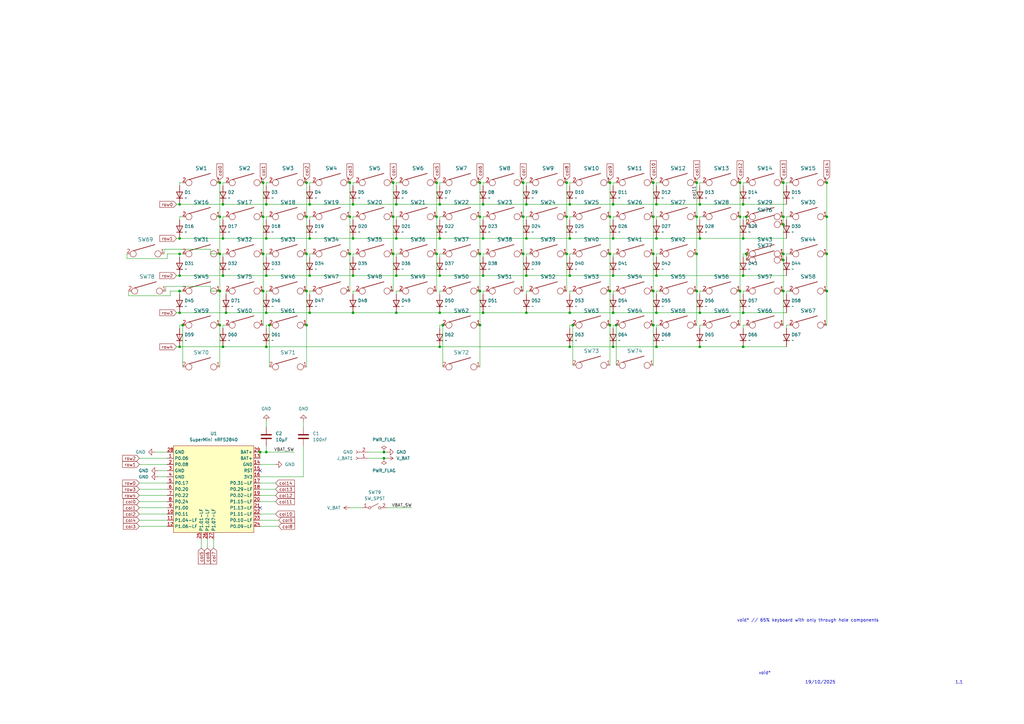
<source format=kicad_sch>
(kicad_sch (version 20250114) (generator "eeschema") (generator_version "9.0")
  (paper "A3")
  (text "1.1" (at 394.97 280.67 0) (effects (font (size 1.27 1.27)) (justify right bottom)))
  (text "void*" (at 311.15 276.86 0) (effects (font (size 1.27 1.27)) (justify left bottom)))
  (text "void* // 65% keyboard with only through hole components" (at 302.26 255.27 0) (effects (font (size 1.27 1.27)) (justify left bottom)))
  (text "19/10/2025" (at 330.2 280.67 0) (effects (font (size 1.27 1.27)) (justify left bottom)))
  (junction (at 306.07 88.9))
  (junction (at 285.75 104.14))
  (junction (at 267.97 119.38))
  (junction (at 214.63 88.9))
  (junction (at 73.66 142.24))
  (junction (at 287.02 142.24))
  (junction (at 214.63 104.14))
  (junction (at 91.44 113.03))
  (junction (at 269.24 142.24))
  (junction (at 161.29 104.14))
  (junction (at 109.22 142.24))
  (junction (at 109.22 97.79))
  (junction (at 232.41 104.14))
  (junction (at 233.68 142.24))
  (junction (at 321.31 106.68))
  (junction (at 181.61 133.35))
  (junction (at 251.46 142.24))
  (junction (at 196.85 88.9))
  (junction (at 180.34 97.79))
  (junction (at 107.95 119.38))
  (junction (at 144.78 83.82))
  (junction (at 215.9 83.82))
  (junction (at 107.95 88.9))
  (junction (at 267.97 104.14))
  (junction (at 91.44 97.79))
  (junction (at 250.19 74.93))
  (junction (at 198.12 97.79))
  (junction (at 143.51 88.9))
  (junction (at 303.53 88.9))
  (junction (at 196.85 133.35))
  (junction (at 233.68 97.79))
  (junction (at 125.73 88.9))
  (junction (at 251.46 128.27))
  (junction (at 285.75 88.9))
  (junction (at 321.31 88.9))
  (junction (at 339.09 88.9))
  (junction (at 73.66 128.27))
  (junction (at 303.53 119.38))
  (junction (at 179.07 104.14))
  (junction (at 157.48 185.42))
  (junction (at 127 97.79))
  (junction (at 267.97 74.93))
  (junction (at 232.41 74.93))
  (junction (at 110.49 133.35))
  (junction (at 143.51 104.14))
  (junction (at 233.68 83.82))
  (junction (at 90.17 104.14))
  (junction (at 198.12 128.27))
  (junction (at 106.68 185.42))
  (junction (at 73.66 119.38))
  (junction (at 109.22 185.42))
  (junction (at 109.22 113.03))
  (junction (at 144.78 113.03))
  (junction (at 107.95 74.93))
  (junction (at 251.46 83.82))
  (junction (at 285.75 119.38))
  (junction (at 125.73 104.14))
  (junction (at 339.09 74.93))
  (junction (at 198.12 83.82))
  (junction (at 73.66 104.14))
  (junction (at 162.56 128.27))
  (junction (at 234.95 133.35))
  (junction (at 179.07 88.9))
  (junction (at 250.19 119.38))
  (junction (at 252.73 133.35))
  (junction (at 233.68 128.27))
  (junction (at 339.09 104.14))
  (junction (at 250.19 133.35))
  (junction (at 304.8 97.79))
  (junction (at 267.97 88.9))
  (junction (at 125.73 74.93))
  (junction (at 198.12 113.03))
  (junction (at 251.46 97.79))
  (junction (at 162.56 83.82))
  (junction (at 143.51 74.93))
  (junction (at 144.78 97.79))
  (junction (at 179.07 74.93))
  (junction (at 215.9 113.03))
  (junction (at 196.85 119.38))
  (junction (at 92.71 128.27))
  (junction (at 304.8 83.82))
  (junction (at 214.63 74.93))
  (junction (at 321.31 119.38))
  (junction (at 73.66 83.82))
  (junction (at 180.34 128.27))
  (junction (at 162.56 113.03))
  (junction (at 306.07 104.14))
  (junction (at 321.31 74.93))
  (junction (at 339.09 119.38))
  (junction (at 90.17 133.35))
  (junction (at 161.29 74.93))
  (junction (at 287.02 97.79))
  (junction (at 180.34 113.03))
  (junction (at 73.66 97.79))
  (junction (at 321.31 104.14))
  (junction (at 127 113.03))
  (junction (at 250.19 104.14))
  (junction (at 269.24 83.82))
  (junction (at 269.24 113.03))
  (junction (at 125.73 119.38))
  (junction (at 73.66 113.03))
  (junction (at 107.95 104.14))
  (junction (at 90.17 88.9))
  (junction (at 303.53 74.93))
  (junction (at 215.9 97.79))
  (junction (at 90.17 74.93))
  (junction (at 161.29 88.9))
  (junction (at 232.41 88.9))
  (junction (at 127 83.82))
  (junction (at 157.48 187.96))
  (junction (at 90.17 119.38))
  (junction (at 287.02 83.82))
  (junction (at 304.8 113.03))
  (junction (at 250.19 88.9))
  (junction (at 144.78 128.27))
  (junction (at 196.85 104.14))
  (junction (at 109.22 128.27))
  (junction (at 91.44 142.24))
  (junction (at 180.34 142.24))
  (junction (at 269.24 97.79))
  (junction (at 251.46 113.03))
  (junction (at 233.68 113.03))
  (junction (at 269.24 128.27))
  (junction (at 304.8 142.24))
  (junction (at 285.75 74.93))
  (junction (at 127 128.27))
  (junction (at 74.93 133.35))
  (junction (at 215.9 128.27))
  (junction (at 109.22 83.82))
  (junction (at 196.85 74.93))
  (junction (at 321.31 92.075))
  (junction (at 125.73 133.35))
  (junction (at 287.02 128.27))
  (junction (at 304.8 128.27))
  (junction (at 180.34 83.82))
  (junction (at 91.44 83.82))
  (junction (at 162.56 97.79))
  (junction (at 267.97 133.35))
  (no_connect (at 106.68 208.28))
  (no_connect (at 106.68 193.04))
  (wire (pts (xy 285.75 74.93) (xy 285.75 88.9)))
  (wire (pts (xy 306.07 92.075) (xy 306.07 88.9)))
  (wire (pts (xy 339.09 74.93) (xy 339.09 88.9)))
  (wire (pts (xy 125.73 119.38) (xy 125.73 133.35)))
  (wire (pts (xy 92.71 119.38) (xy 92.71 120.65)))
  (wire (pts (xy 251.46 74.93) (xy 251.46 76.2)))
  (wire (pts (xy 52.705 119.38) (xy 52.705 121.285)))
  (wire (pts (xy 323.85 104.14) (xy 322.58 104.14)))
  (wire (pts (xy 92.71 133.35) (xy 91.44 133.35)))
  (wire (pts (xy 232.41 73.66) (xy 232.41 74.93)))
  (wire (pts (xy 306.07 74.93) (xy 304.8 74.93)))
  (wire (pts (xy 110.49 119.38) (xy 109.22 119.38)))
  (wire (pts (xy 285.75 73.66) (xy 285.75 74.93)))
  (wire (pts (xy 233.68 74.93) (xy 233.68 76.2)))
  (wire (pts (xy 303.53 74.93) (xy 303.53 88.9)))
  (wire (pts (xy 144.78 83.82) (xy 162.56 83.82)))
  (wire (pts (xy 91.44 97.79) (xy 109.22 97.79)))
  (wire (pts (xy 250.19 104.14) (xy 250.19 119.38)))
  (wire (pts (xy 180.34 128.27) (xy 198.12 128.27)))
  (wire (pts (xy 127 74.93) (xy 127 76.2)))
  (wire (pts (xy 106.68 205.74) (xy 113.03 205.74)))
  (wire (pts (xy 198.12 74.93) (xy 198.12 76.2)))
  (wire (pts (xy 57.15 213.36) (xy 68.58 213.36)))
  (wire (pts (xy 270.51 104.14) (xy 269.24 104.14)))
  (wire (pts (xy 321.31 88.9) (xy 321.31 92.075)))
  (wire (pts (xy 87.63 220.98) (xy 87.63 224.79)))
  (wire (pts (xy 91.44 142.24) (xy 109.22 142.24)))
  (wire (pts (xy 199.39 74.93) (xy 198.12 74.93)))
  (wire (pts (xy 215.9 88.9) (xy 215.9 90.17)))
  (wire (pts (xy 250.19 88.9) (xy 250.19 104.14)))
  (wire (pts (xy 251.46 128.27) (xy 269.24 128.27)))
  (wire (pts (xy 106.68 185.42) (xy 106.68 187.96)))
  (wire (pts (xy 322.58 104.14) (xy 322.58 105.41)))
  (wire (pts (xy 162.56 119.38) (xy 162.56 120.65)))
  (wire (pts (xy 196.85 104.14) (xy 196.85 119.38)))
  (wire (pts (xy 232.41 74.93) (xy 232.41 88.9)))
  (wire (pts (xy 110.49 133.35) (xy 109.22 133.35)))
  (wire (pts (xy 322.58 88.9) (xy 322.58 90.17)))
  (wire (pts (xy 109.22 142.24) (xy 180.34 142.24)))
  (wire (pts (xy 73.66 104.14) (xy 73.66 105.41)))
  (wire (pts (xy 323.85 88.9) (xy 322.58 88.9)))
  (wire (pts (xy 125.73 104.14) (xy 125.73 119.38)))
  (wire (pts (xy 163.83 119.38) (xy 162.56 119.38)))
  (wire (pts (xy 234.95 119.38) (xy 233.68 119.38)))
  (wire (pts (xy 233.68 133.35) (xy 233.68 134.62)))
  (wire (pts (xy 214.63 73.66) (xy 214.63 74.93)))
  (wire (pts (xy 106.68 215.9) (xy 114.3 215.9)))
  (wire (pts (xy 72.39 97.79) (xy 73.66 97.79)))
  (wire (pts (xy 127 128.27) (xy 144.78 128.27)))
  (wire (pts (xy 92.71 88.9) (xy 91.44 88.9)))
  (wire (pts (xy 73.66 119.38) (xy 73.66 120.65)))
  (wire (pts (xy 107.95 119.38) (xy 107.95 133.35)))
  (wire (pts (xy 106.68 198.12) (xy 113.03 198.12)))
  (wire (pts (xy 92.71 74.93) (xy 91.44 74.93)))
  (wire (pts (xy 321.31 104.14) (xy 321.31 106.68)))
  (wire (pts (xy 127 104.14) (xy 127 105.41)))
  (wire (pts (xy 196.85 88.9) (xy 196.85 104.14)))
  (wire (pts (xy 233.68 97.79) (xy 251.46 97.79)))
  (wire (pts (xy 304.8 97.79) (xy 322.58 97.79)))
  (wire (pts (xy 180.34 74.93) (xy 180.34 76.2)))
  (wire (pts (xy 288.29 88.9) (xy 287.02 88.9)))
  (wire (pts (xy 72.39 83.82) (xy 73.66 83.82)))
  (wire (pts (xy 287.02 97.79) (xy 304.8 97.79)))
  (wire (pts (xy 125.73 150.495) (xy 125.73 133.35)))
  (wire (pts (xy 86.36 117.475) (xy 86.36 119.38)))
  (wire (pts (xy 161.29 88.9) (xy 161.29 104.14)))
  (wire (pts (xy 162.56 97.79) (xy 180.34 97.79)))
  (wire (pts (xy 106.68 190.5) (xy 113.03 190.5)))
  (wire (pts (xy 252.73 104.14) (xy 251.46 104.14)))
  (wire (pts (xy 179.07 88.9) (xy 179.07 104.14)))
  (wire (pts (xy 157.48 185.42) (xy 151.13 185.42)))
  (wire (pts (xy 251.46 97.79) (xy 269.24 97.79)))
  (wire (pts (xy 215.9 83.82) (xy 233.68 83.82)))
  (wire (pts (xy 252.73 74.93) (xy 251.46 74.93)))
  (wire (pts (xy 267.97 74.93) (xy 267.97 88.9)))
  (wire (pts (xy 321.31 74.93) (xy 321.31 88.9)))
  (wire (pts (xy 72.39 128.27) (xy 73.66 128.27)))
  (wire (pts (xy 269.24 113.03) (xy 304.8 113.03)))
  (wire (pts (xy 267.97 88.9) (xy 267.97 104.14)))
  (wire (pts (xy 110.49 104.14) (xy 109.22 104.14)))
  (wire (pts (xy 180.34 97.79) (xy 198.12 97.79)))
  (wire (pts (xy 125.73 74.93) (xy 125.73 88.9)))
  (wire (pts (xy 252.73 88.9) (xy 251.46 88.9)))
  (wire (pts (xy 304.8 113.03) (xy 322.58 113.03)))
  (wire (pts (xy 146.05 74.93) (xy 144.78 74.93)))
  (wire (pts (xy 251.46 142.24) (xy 269.24 142.24)))
  (wire (pts (xy 91.44 83.82) (xy 109.22 83.82)))
  (wire (pts (xy 215.9 104.14) (xy 215.9 105.41)))
  (wire (pts (xy 146.05 104.14) (xy 144.78 104.14)))
  (wire (pts (xy 288.29 74.93) (xy 287.02 74.93)))
  (wire (pts (xy 127 83.82) (xy 144.78 83.82)))
  (wire (pts (xy 232.41 104.14) (xy 232.41 119.38)))
  (wire (pts (xy 214.63 104.14) (xy 214.63 119.38)))
  (wire (pts (xy 162.56 83.82) (xy 180.34 83.82)))
  (wire (pts (xy 57.15 198.12) (xy 68.58 198.12)))
  (wire (pts (xy 106.68 185.42) (xy 109.22 185.42)))
  (wire (pts (xy 270.51 74.93) (xy 269.24 74.93)))
  (wire (pts (xy 63.5 185.42) (xy 68.58 185.42)))
  (wire (pts (xy 304.8 83.82) (xy 322.58 83.82)))
  (wire (pts (xy 90.17 73.66) (xy 90.17 74.93)))
  (wire (pts (xy 252.73 119.38) (xy 251.46 119.38)))
  (wire (pts (xy 74.93 133.35) (xy 73.66 133.35)))
  (wire (pts (xy 196.85 150.495) (xy 196.85 133.35)))
  (wire (pts (xy 339.09 73.66) (xy 339.09 74.93)))
  (wire (pts (xy 199.39 104.14) (xy 198.12 104.14)))
  (wire (pts (xy 198.12 128.27) (xy 215.9 128.27)))
  (wire (pts (xy 306.07 104.14) (xy 304.8 104.14)))
  (wire (pts (xy 91.44 88.9) (xy 91.44 90.17)))
  (wire (pts (xy 269.24 104.14) (xy 269.24 105.41)))
  (wire (pts (xy 234.95 88.9) (xy 233.68 88.9)))
  (wire (pts (xy 179.07 104.14) (xy 179.07 119.38)))
  (wire (pts (xy 57.15 215.9) (xy 68.58 215.9)))
  (wire (pts (xy 86.36 102.235) (xy 86.36 104.14)))
  (wire (pts (xy 52.07 106.045) (xy 52.07 104.14)))
  (wire (pts (xy 269.24 97.79) (xy 287.02 97.79)))
  (wire (pts (xy 128.27 74.93) (xy 127 74.93)))
  (wire (pts (xy 144.78 88.9) (xy 144.78 90.17)))
  (wire (pts (xy 91.44 74.93) (xy 91.44 76.2)))
  (wire (pts (xy 57.15 190.5) (xy 68.58 190.5)))
  (wire (pts (xy 91.44 113.03) (xy 109.22 113.03)))
  (wire (pts (xy 303.53 88.9) (xy 303.53 119.38)))
  (wire (pts (xy 250.19 74.93) (xy 250.19 88.9)))
  (wire (pts (xy 198.12 119.38) (xy 198.12 120.65)))
  (wire (pts (xy 144.78 104.14) (xy 144.78 105.41)))
  (wire (pts (xy 86.36 119.38) (xy 90.17 119.38)))
  (wire (pts (xy 269.24 119.38) (xy 269.24 120.65)))
  (wire (pts (xy 269.24 88.9) (xy 269.24 90.17)))
  (wire (pts (xy 107.95 88.9) (xy 107.95 104.14)))
  (wire (pts (xy 321.31 106.68) (xy 321.31 119.38)))
  (wire (pts (xy 321.31 119.38) (xy 321.31 133.35)))
  (wire (pts (xy 215.9 128.27) (xy 233.68 128.27)))
  (wire (pts (xy 52.705 121.285) (xy 69.85 121.285)))
  (wire (pts (xy 214.63 88.9) (xy 214.63 104.14)))
  (wire (pts (xy 267.97 104.14) (xy 267.97 119.38)))
  (wire (pts (xy 109.22 74.93) (xy 109.22 76.2)))
  (wire (pts (xy 217.17 88.9) (xy 215.9 88.9)))
  (wire (pts (xy 124.46 172.72) (xy 124.46 175.26)))
  (wire (pts (xy 106.68 210.82) (xy 113.03 210.82)))
  (wire (pts (xy 322.58 119.38) (xy 322.58 120.65)))
  (wire (pts (xy 269.24 133.35) (xy 269.24 134.62)))
  (wire (pts (xy 128.27 104.14) (xy 127 104.14)))
  (wire (pts (xy 109.22 128.27) (xy 127 128.27)))
  (wire (pts (xy 251.46 133.35) (xy 251.46 134.62)))
  (wire (pts (xy 251.46 119.38) (xy 251.46 120.65)))
  (wire (pts (xy 73.66 97.79) (xy 91.44 97.79)))
  (wire (pts (xy 234.95 133.35) (xy 233.68 133.35)))
  (wire (pts (xy 269.24 83.82) (xy 287.02 83.82)))
  (wire (pts (xy 90.17 104.14) (xy 90.17 119.38)))
  (wire (pts (xy 125.73 88.9) (xy 125.73 104.14)))
  (wire (pts (xy 180.34 133.35) (xy 180.34 134.62)))
  (wire (pts (xy 162.56 88.9) (xy 162.56 90.17)))
  (wire (pts (xy 157.48 187.96) (xy 151.13 187.96)))
  (wire (pts (xy 163.83 88.9) (xy 162.56 88.9)))
  (wire (pts (xy 69.85 121.285) (xy 69.85 119.38)))
  (wire (pts (xy 107.95 73.66) (xy 107.95 74.93)))
  (wire (pts (xy 110.49 150.495) (xy 110.49 133.35)))
  (wire (pts (xy 90.17 119.38) (xy 90.17 133.35)))
  (wire (pts (xy 303.53 73.66) (xy 303.53 74.93)))
  (wire (pts (xy 106.68 200.66) (xy 113.03 200.66)))
  (wire (pts (xy 269.24 128.27) (xy 287.02 128.27)))
  (wire (pts (xy 109.22 113.03) (xy 127 113.03)))
  (wire (pts (xy 285.75 119.38) (xy 285.75 133.35)))
  (wire (pts (xy 322.58 133.35) (xy 322.58 134.62)))
  (wire (pts (xy 162.56 74.93) (xy 162.56 76.2)))
  (wire (pts (xy 109.22 83.82) (xy 127 83.82)))
  (wire (pts (xy 339.09 104.14) (xy 339.09 119.38)))
  (wire (pts (xy 162.56 104.14) (xy 162.56 105.41)))
  (wire (pts (xy 106.68 213.36) (xy 114.3 213.36)))
  (wire (pts (xy 74.93 104.14) (xy 73.66 104.14)))
  (wire (pts (xy 215.9 113.03) (xy 233.68 113.03)))
  (wire (pts (xy 250.19 119.38) (xy 250.19 133.35)))
  (wire (pts (xy 68.58 106.045) (xy 52.07 106.045)))
  (wire (pts (xy 306.07 88.9) (xy 304.8 88.9)))
  (wire (pts (xy 181.61 74.93) (xy 180.34 74.93)))
  (wire (pts (xy 57.15 187.96) (xy 68.58 187.96)))
  (wire (pts (xy 109.22 182.88) (xy 109.22 185.42)))
  (wire (pts (xy 68.58 104.14) (xy 68.58 106.045)))
  (wire (pts (xy 143.51 74.93) (xy 143.51 88.9)))
  (wire (pts (xy 91.44 133.35) (xy 91.44 134.62)))
  (wire (pts (xy 285.75 104.14) (xy 285.75 119.38)))
  (wire (pts (xy 74.93 74.93) (xy 73.66 74.93)))
  (wire (pts (xy 181.61 119.38) (xy 180.34 119.38)))
  (wire (pts (xy 74.93 150.495) (xy 74.93 133.35)))
  (wire (pts (xy 251.46 104.14) (xy 251.46 105.41)))
  (wire (pts (xy 64.77 195.58) (xy 68.58 195.58)))
  (wire (pts (xy 73.66 88.9) (xy 73.66 90.17)))
  (wire (pts (xy 232.41 88.9) (xy 232.41 104.14)))
  (wire (pts (xy 144.78 128.27) (xy 162.56 128.27)))
  (wire (pts (xy 180.34 142.24) (xy 233.68 142.24)))
  (wire (pts (xy 198.12 83.82) (xy 215.9 83.82)))
  (wire (pts (xy 110.49 88.9) (xy 109.22 88.9)))
  (wire (pts (xy 198.12 113.03) (xy 215.9 113.03)))
  (wire (pts (xy 144.78 113.03) (xy 162.56 113.03)))
  (wire (pts (xy 323.85 119.38) (xy 322.58 119.38)))
  (wire (pts (xy 287.02 74.93) (xy 287.02 76.2)))
  (wire (pts (xy 144.78 119.38) (xy 144.78 120.65)))
  (wire (pts (xy 127 97.79) (xy 144.78 97.79)))
  (wire (pts (xy 323.85 133.35) (xy 322.58 133.35)))
  (wire (pts (xy 57.15 208.28) (xy 68.58 208.28)))
  (wire (pts (xy 304.8 119.38) (xy 304.8 120.65)))
  (wire (pts (xy 339.09 88.9) (xy 339.09 104.14)))
  (wire (pts (xy 215.9 74.93) (xy 215.9 76.2)))
  (wire (pts (xy 125.73 73.66) (xy 125.73 74.93)))
  (wire (pts (xy 73.66 83.82) (xy 91.44 83.82)))
  (wire (pts (xy 92.71 104.14) (xy 91.44 104.14)))
  (wire (pts (xy 306.07 133.35) (xy 304.8 133.35)))
  (wire (pts (xy 252.73 133.35) (xy 251.46 133.35)))
  (wire (pts (xy 251.46 113.03) (xy 269.24 113.03)))
  (wire (pts (xy 270.51 88.9) (xy 269.24 88.9)))
  (wire (pts (xy 181.61 88.9) (xy 180.34 88.9)))
  (wire (pts (xy 72.39 113.03) (xy 73.66 113.03)))
  (wire (pts (xy 233.68 113.03) (xy 251.46 113.03)))
  (wire (pts (xy 106.68 203.2) (xy 113.03 203.2)))
  (wire (pts (xy 74.93 88.9) (xy 73.66 88.9)))
  (wire (pts (xy 215.9 119.38) (xy 215.9 120.65)))
  (wire (pts (xy 158.75 208.28) (xy 168.91 208.28)))
  (wire (pts (xy 234.95 104.14) (xy 233.68 104.14)))
  (wire (pts (xy 181.61 150.495) (xy 181.61 133.35)))
  (wire (pts (xy 127 88.9) (xy 127 90.17)))
  (wire (pts (xy 162.56 128.27) (xy 180.34 128.27)))
  (wire (pts (xy 158.75 185.42) (xy 157.48 185.42)))
  (wire (pts (xy 288.29 133.35) (xy 287.02 133.35)))
  (wire (pts (xy 252.73 149.86) (xy 252.73 133.35)))
  (wire (pts (xy 90.17 74.93) (xy 90.17 88.9)))
  (wire (pts (xy 270.51 119.38) (xy 269.24 119.38)))
  (wire (pts (xy 109.22 133.35) (xy 109.22 134.62)))
  (wire (pts (xy 196.85 74.93) (xy 196.85 88.9)))
  (wire (pts (xy 57.15 203.2) (xy 68.58 203.2)))
  (wire (pts (xy 234.95 149.86) (xy 234.95 133.35)))
  (wire (pts (xy 267.97 73.66) (xy 267.97 74.93)))
  (wire (pts (xy 163.83 74.93) (xy 162.56 74.93)))
  (wire (pts (xy 215.9 97.79) (xy 233.68 97.79)))
  (wire (pts (xy 127 113.03) (xy 144.78 113.03)))
  (wire (pts (xy 67.945 119.38) (xy 67.945 117.475)))
  (wire (pts (xy 161.29 104.14) (xy 161.29 119.38)))
  (wire (pts (xy 304.8 133.35) (xy 304.8 134.62)))
  (wire (pts (xy 198.12 88.9) (xy 198.12 90.17)))
  (wire (pts (xy 321.31 92.075) (xy 321.31 104.14)))
  (wire (pts (xy 287.02 119.38) (xy 287.02 120.65)))
  (wire (pts (xy 233.68 88.9) (xy 233.68 90.17)))
  (wire (pts (xy 64.77 193.04) (xy 68.58 193.04)))
  (wire (pts (xy 287.02 88.9) (xy 287.02 90.17)))
  (wire (pts (xy 287.02 128.27) (xy 304.8 128.27)))
  (wire (pts (xy 267.97 119.38) (xy 267.97 133.35)))
  (wire (pts (xy 143.51 208.28) (xy 148.59 208.28)))
  (wire (pts (xy 181.61 104.14) (xy 180.34 104.14)))
  (wire (pts (xy 180.34 88.9) (xy 180.34 90.17)))
  (wire (pts (xy 146.05 119.38) (xy 144.78 119.38)))
  (wire (pts (xy 217.17 104.14) (xy 215.9 104.14)))
  (wire (pts (xy 86.36 104.14) (xy 90.17 104.14)))
  (wire (pts (xy 180.34 113.03) (xy 198.12 113.03)))
  (wire (pts (xy 269.24 74.93) (xy 269.24 76.2)))
  (wire (pts (xy 109.22 97.79) (xy 127 97.79)))
  (wire (pts (xy 161.29 73.66) (xy 161.29 74.93)))
  (wire (pts (xy 92.71 128.27) (xy 109.22 128.27)))
  (wire (pts (xy 339.09 119.38) (xy 339.09 133.35)))
  (wire (pts (xy 67.31 104.14) (xy 67.31 102.235)))
  (wire (pts (xy 67.31 102.235) (xy 86.36 102.235)))
  (wire (pts (xy 270.51 133.35) (xy 269.24 133.35)))
  (wire (pts (xy 57.15 200.66) (xy 68.58 200.66)))
  (wire (pts (xy 234.95 74.93) (xy 233.68 74.93)))
  (wire (pts (xy 127 119.38) (xy 127 120.65)))
  (wire (pts (xy 146.05 88.9) (xy 144.78 88.9)))
  (wire (pts (xy 91.44 104.14) (xy 91.44 105.41)))
  (wire (pts (xy 233.68 104.14) (xy 233.68 105.41)))
  (wire (pts (xy 163.83 104.14) (xy 162.56 104.14)))
  (wire (pts (xy 304.8 74.93) (xy 304.8 76.2)))
  (wire (pts (xy 143.51 104.14) (xy 143.51 119.38)))
  (wire (pts (xy 73.66 113.03) (xy 91.44 113.03)))
  (wire (pts (xy 306.07 119.38) (xy 304.8 119.38)))
  (wire (pts (xy 73.66 128.27) (xy 92.71 128.27)))
  (wire (pts (xy 251.46 83.82) (xy 269.24 83.82)))
  (wire (pts (xy 180.34 83.82) (xy 198.12 83.82)))
  (wire (pts (xy 304.8 128.27) (xy 322.58 128.27)))
  (wire (pts (xy 85.09 220.98) (xy 85.09 224.79)))
  (wire (pts (xy 90.17 88.9) (xy 90.17 104.14)))
  (wire (pts (xy 109.22 119.38) (xy 109.22 120.65)))
  (wire (pts (xy 322.58 74.93) (xy 322.58 76.2)))
  (wire (pts (xy 143.51 88.9) (xy 143.51 104.14)))
  (wire (pts (xy 233.68 83.82) (xy 251.46 83.82)))
  (wire (pts (xy 107.95 104.14) (xy 107.95 119.38)))
  (wire (pts (xy 110.49 74.93) (xy 109.22 74.93)))
  (wire (pts (xy 304.8 142.24) (xy 322.58 142.24)))
  (wire (pts (xy 74.93 119.38) (xy 73.66 119.38)))
  (wire (pts (xy 143.51 73.66) (xy 143.51 74.93)))
  (wire (pts (xy 180.34 119.38) (xy 180.34 120.65)))
  (wire (pts (xy 288.29 119.38) (xy 287.02 119.38)))
  (wire (pts (xy 82.55 220.98) (xy 82.55 224.79)))
  (wire (pts (xy 214.63 74.93) (xy 214.63 88.9)))
  (wire (pts (xy 67.945 117.475) (xy 86.36 117.475)))
  (wire (pts (xy 233.68 119.38) (xy 233.68 120.65)))
  (wire (pts (xy 304.8 88.9) (xy 304.8 90.17)))
  (wire (pts (xy 287.02 133.35) (xy 287.02 134.62)))
  (wire (pts (xy 181.61 133.35) (xy 180.34 133.35)))
  (wire (pts (xy 250.19 149.86) (xy 250.19 133.35)))
  (wire (pts (xy 269.24 142.24) (xy 287.02 142.24)))
  (wire (pts (xy 198.12 97.79) (xy 215.9 97.79)))
  (wire (pts (xy 90.17 150.495) (xy 90.17 133.35)))
  (wire (pts (xy 128.27 88.9) (xy 127 88.9)))
  (wire (pts (xy 124.46 195.58) (xy 124.46 182.88)))
  (wire (pts (xy 233.68 142.24) (xy 251.46 142.24)))
  (wire (pts (xy 161.29 74.93) (xy 161.29 88.9)))
  (wire (pts (xy 73.66 104.14) (xy 68.58 104.14)))
  (wire (pts (xy 128.27 119.38) (xy 127 119.38)))
  (wire (pts (xy 321.31 73.66) (xy 321.31 74.93)))
  (wire (pts (xy 217.17 74.93) (xy 215.9 74.93)))
  (wire (pts (xy 144.78 97.79) (xy 162.56 97.79)))
  (wire (pts (xy 162.56 113.03) (xy 180.34 113.03)))
  (wire (pts (xy 73.66 142.24) (xy 91.44 142.24)))
  (wire (pts (xy 57.15 210.82) (xy 68.58 210.82)))
  (wire (pts (xy 306.07 106.68) (xy 306.07 104.14)))
  (wire (pts (xy 73.66 133.35) (xy 73.66 134.62)))
  (wire (pts (xy 250.19 73.66) (xy 250.19 74.93)))
  (wire (pts (xy 109.22 88.9) (xy 109.22 90.17)))
  (wire (pts (xy 198.12 104.14) (xy 198.12 105.41)))
  (wire (pts (xy 179.07 74.93) (xy 179.07 88.9)))
  (wire (pts (xy 217.17 119.38) (xy 215.9 119.38)))
  (wire (pts (xy 287.02 83.82) (xy 304.8 83.82)))
  (wire (pts (xy 158.75 187.96) (xy 157.48 187.96)))
  (wire (pts (xy 199.39 119.38) (xy 198.12 119.38)))
  (wire (pts (xy 251.46 88.9) (xy 251.46 90.17)))
  (wire (pts (xy 199.39 88.9) (xy 198.12 88.9)))
  (wire (pts (xy 267.97 149.86) (xy 267.97 133.35)))
  (wire (pts (xy 303.53 119.38) (xy 303.53 133.35)))
  (wire (pts (xy 196.85 119.38) (xy 196.85 133.35)))
  (wire (pts (xy 287.02 142.24) (xy 304.8 142.24)))
  (wire (pts (xy 323.85 74.93) (xy 322.58 74.93)))
  (wire (pts (xy 233.68 128.27) (xy 251.46 128.27)))
  (wire (pts (xy 304.8 104.14) (xy 304.8 105.41)))
  (wire (pts (xy 109.22 172.72) (xy 109.22 175.26)))
  (wire (pts (xy 179.07 73.66) (xy 179.07 74.93)))
  (wire (pts (xy 109.22 104.14) (xy 109.22 105.41)))
  (wire (pts (xy 57.15 205.74) (xy 68.58 205.74)))
  (wire (pts (xy 69.85 119.38) (xy 73.66 119.38)))
  (wire (pts (xy 180.34 104.14) (xy 180.34 105.41)))
  (wire (pts (xy 285.75 88.9) (xy 285.75 104.14)))
  (wire (pts (xy 196.85 73.66) (xy 196.85 74.93)))
  (wire (pts (xy 73.66 74.93) (xy 73.66 76.2)))
  (wire (pts (xy 106.68 195.58) (xy 124.46 195.58)))
  (wire (pts (xy 144.78 74.93) (xy 144.78 76.2)))
  (wire (pts (xy 109.22 185.42) (xy 120.65 185.42)))
  (wire (pts (xy 72.39 142.24) (xy 73.66 142.24)))
  (wire (pts (xy 107.95 74.93) (xy 107.95 88.9)))
  (label "VBAT_SW" (at 120.65 185.42 180))
  (label "VBAT_SW" (at 168.91 208.28 180))
  (label "col11" (at 285.75 76.2 270))
  (global_label "col13" (shape input) (at 321.31 73.66 90) (property "Intersheetrefs" "${INTERSHEET_REFS}" (effects (hide yes))))
  (global_label "col2" (shape input) (at 57.15 210.82 180) (property "Intersheetrefs" "${INTERSHEET_REFS}" (effects (hide yes))))
  (global_label "col12" (shape input) (at 303.53 73.66 90) (property "Intersheetrefs" "${INTERSHEET_REFS}" (effects (hide yes))))
  (global_label "col8" (shape input) (at 114.3 215.9 0) (property "Intersheetrefs" "${INTERSHEET_REFS}" (effects (hide yes))))
  (global_label "col3" (shape input) (at 143.51 73.66 90) (property "Intersheetrefs" "${INTERSHEET_REFS}" (effects (hide yes))))
  (global_label "col10" (shape input) (at 113.03 210.82 0) (property "Intersheetrefs" "${INTERSHEET_REFS}" (effects (hide yes))))
  (global_label "col11" (shape input) (at 285.75 73.66 90) (property "Intersheetrefs" "${INTERSHEET_REFS}" (effects (hide yes))))
  (global_label "col1" (shape input) (at 107.95 73.66 90) (property "Intersheetrefs" "${INTERSHEET_REFS}" (effects (hide yes))))
  (global_label "row4" (shape input) (at 72.39 142.24 180) (property "Intersheetrefs" "${INTERSHEET_REFS}" (effects (hide yes))))
  (global_label "row2" (shape input) (at 72.39 113.03 180) (property "Intersheetrefs" "${INTERSHEET_REFS}" (effects (hide yes))))
  (global_label "row1" (shape input) (at 72.39 97.79 180) (property "Intersheetrefs" "${INTERSHEET_REFS}" (effects (hide yes))))
  (global_label "col7" (shape input) (at 87.63 224.79 270) (property "Intersheetrefs" "${INTERSHEET_REFS}" (effects (hide yes))))
  (global_label "col5" (shape input) (at 82.55 224.79 270) (property "Intersheetrefs" "${INTERSHEET_REFS}" (effects (hide yes))))
  (global_label "col4" (shape input) (at 161.29 73.66 90) (property "Intersheetrefs" "${INTERSHEET_REFS}" (effects (hide yes))))
  (global_label "row3" (shape input) (at 72.39 128.27 180) (property "Intersheetrefs" "${INTERSHEET_REFS}" (effects (hide yes))))
  (global_label "col6" (shape input) (at 196.85 73.66 90) (property "Intersheetrefs" "${INTERSHEET_REFS}" (effects (hide yes))))
  (global_label "col11" (shape input) (at 113.03 205.74 0) (property "Intersheetrefs" "${INTERSHEET_REFS}" (effects (hide yes))))
  (global_label "row0" (shape input) (at 72.39 83.82 180) (property "Intersheetrefs" "${INTERSHEET_REFS}" (effects (hide yes))))
  (global_label "col2" (shape input) (at 125.73 73.66 90) (property "Intersheetrefs" "${INTERSHEET_REFS}" (effects (hide yes))))
  (global_label "col3" (shape input) (at 57.15 215.9 180) (property "Intersheetrefs" "${INTERSHEET_REFS}" (effects (hide yes))))
  (global_label "col8" (shape input) (at 232.41 73.66 90) (property "Intersheetrefs" "${INTERSHEET_REFS}" (effects (hide yes))))
  (global_label "col14" (shape input) (at 339.09 73.66 90) (property "Intersheetrefs" "${INTERSHEET_REFS}" (effects (hide yes))))
  (global_label "row3" (shape input) (at 57.15 200.66 180) (property "Intersheetrefs" "${INTERSHEET_REFS}" (effects (hide yes))))
  (global_label "col4" (shape input) (at 57.15 213.36 180) (property "Intersheetrefs" "${INTERSHEET_REFS}" (effects (hide yes))))
  (global_label "col12" (shape input) (at 113.03 203.2 0) (property "Intersheetrefs" "${INTERSHEET_REFS}" (effects (hide yes))))
  (global_label "col9" (shape input) (at 250.19 73.66 90) (property "Intersheetrefs" "${INTERSHEET_REFS}" (effects (hide yes))))
  (global_label "col9" (shape input) (at 114.3 213.36 0) (property "Intersheetrefs" "${INTERSHEET_REFS}" (effects (hide yes))))
  (global_label "col5" (shape input) (at 179.07 73.66 90) (property "Intersheetrefs" "${INTERSHEET_REFS}" (effects (hide yes))))
  (global_label "row0" (shape input) (at 57.15 198.12 180) (property "Intersheetrefs" "${INTERSHEET_REFS}" (effects (hide yes))))
  (global_label "col1" (shape input) (at 57.15 208.28 180) (property "Intersheetrefs" "${INTERSHEET_REFS}" (effects (hide yes))))
  (global_label "col13" (shape input) (at 113.03 200.66 0) (property "Intersheetrefs" "${INTERSHEET_REFS}" (effects (hide yes))))
  (global_label "row1" (shape input) (at 57.15 190.5 180) (property "Intersheetrefs" "${INTERSHEET_REFS}" (effects (hide yes))))
  (global_label "row2" (shape input) (at 57.15 187.96 180) (property "Intersheetrefs" "${INTERSHEET_REFS}" (effects (hide yes))))
  (global_label "col10" (shape input) (at 267.97 73.66 90) (property "Intersheetrefs" "${INTERSHEET_REFS}" (effects (hide yes))))
  (global_label "col6" (shape input) (at 85.09 224.79 270) (property "Intersheetrefs" "${INTERSHEET_REFS}" (effects (hide yes))))
  (global_label "col0" (shape input) (at 90.17 73.66 90) (property "Intersheetrefs" "${INTERSHEET_REFS}" (effects (hide yes))))
  (global_label "col14" (shape input) (at 113.03 198.12 0) (property "Intersheetrefs" "${INTERSHEET_REFS}" (effects (hide yes))))
  (global_label "col7" (shape input) (at 214.63 73.66 90) (property "Intersheetrefs" "${INTERSHEET_REFS}" (effects (hide yes))))
  (global_label "row4" (shape input) (at 57.15 203.2 180) (property "Intersheetrefs" "${INTERSHEET_REFS}" (effects (hide yes))))
  (global_label "col0" (shape input) (at 57.15 205.74 180) (property "Intersheetrefs" "${INTERSHEET_REFS}" (effects (hide yes))))
  (symbol (lib_id "keyboard_parts:KEYSW") (at 82.55 74.93 0) (unit 1)
    (property "Reference" "SW1" (at 82.55 69.0118 0) (effects (font (size 1.524 1.524))))
    (property "Value" "KEYSW" (effects (hide yes)))
    (property "Footprint" "cftkb:SW_Cherry_MX1A_1.00u_PCB-NOSCREEN" (effects (hide yes)))
  )
  (symbol (lib_id "Device:D") (at 73.66 80.01 90) (unit 1)
    (property "Reference" "D1" (at 75.6666 78.8416 90) (effects (justify right)))
    (property "Value" "~" (at 75.6666 81.153 90) (effects (justify right)))
    (property "Footprint" "cftkb:D_DO-35_SOD27_P5.08mm_Horizontal" (effects (hide yes)))
  )
  (symbol (lib_id "keyboard_parts:KEYSW") (at 100.33 74.93 0) (unit 1)
    (property "Reference" "SW2" (at 100.33 69.0118 0) (effects (font (size 1.524 1.524))))
    (property "Value" "KEYSW" (effects (hide yes)))
    (property "Footprint" "cftkb:SW_Cherry_MX1A_1.00u_PCB-NOSCREEN" (effects (hide yes)))
  )
  (symbol (lib_id "Device:D") (at 91.44 80.01 90) (unit 1)
    (property "Reference" "D2" (at 93.4466 78.8416 90) (effects (justify right)))
    (property "Value" "~" (at 93.4466 81.153 90) (effects (justify right)))
    (property "Footprint" "cftkb:D_DO-35_SOD27_P5.08mm_Horizontal" (effects (hide yes)))
  )
  (symbol (lib_id "keyboard_parts:KEYSW") (at 118.11 74.93 0) (unit 1)
    (property "Reference" "SW3" (at 118.11 69.0118 0) (effects (font (size 1.524 1.524))))
    (property "Value" "KEYSW" (effects (hide yes)))
    (property "Footprint" "cftkb:SW_Cherry_MX1A_1.00u_PCB-NOSCREEN" (effects (hide yes)))
  )
  (symbol (lib_id "Device:D") (at 109.22 80.01 90) (unit 1)
    (property "Reference" "D3" (at 111.2266 78.8416 90) (effects (justify right)))
    (property "Value" "~" (at 111.2266 81.153 90) (effects (justify right)))
    (property "Footprint" "cftkb:D_DO-35_SOD27_P5.08mm_Horizontal" (effects (hide yes)))
  )
  (symbol (lib_id "keyboard_parts:KEYSW") (at 135.89 74.93 0) (unit 1)
    (property "Reference" "SW4" (at 135.89 69.0118 0) (effects (font (size 1.524 1.524))))
    (property "Value" "KEYSW" (effects (hide yes)))
    (property "Footprint" "cftkb:SW_Cherry_MX1A_1.00u_PCB-NOSCREEN" (effects (hide yes)))
  )
  (symbol (lib_id "Device:D") (at 127 80.01 90) (unit 1)
    (property "Reference" "D4" (at 129.0066 78.8416 90) (effects (justify right)))
    (property "Value" "~" (at 129.0066 81.153 90) (effects (justify right)))
    (property "Footprint" "cftkb:D_DO-35_SOD27_P5.08mm_Horizontal" (effects (hide yes)))
  )
  (symbol (lib_id "keyboard_parts:KEYSW") (at 153.67 74.93 0) (unit 1)
    (property "Reference" "SW5" (at 153.67 69.0118 0) (effects (font (size 1.524 1.524))))
    (property "Value" "KEYSW" (effects (hide yes)))
    (property "Footprint" "cftkb:SW_Cherry_MX1A_1.00u_PCB-NOSCREEN" (effects (hide yes)))
  )
  (symbol (lib_id "Device:D") (at 144.78 80.01 90) (unit 1)
    (property "Reference" "D5" (at 146.7866 78.8416 90) (effects (justify right)))
    (property "Value" "~" (at 146.7866 81.153 90) (effects (justify right)))
    (property "Footprint" "cftkb:D_DO-35_SOD27_P5.08mm_Horizontal" (effects (hide yes)))
  )
  (symbol (lib_id "keyboard_parts:KEYSW") (at 171.45 74.93 0) (unit 1)
    (property "Reference" "SW6" (at 171.45 69.0118 0) (effects (font (size 1.524 1.524))))
    (property "Value" "KEYSW" (effects (hide yes)))
    (property "Footprint" "cftkb:SW_Cherry_MX1A_1.00u_PCB-NOSCREEN" (effects (hide yes)))
  )
  (symbol (lib_id "Device:D") (at 162.56 80.01 90) (unit 1)
    (property "Reference" "D6" (at 164.5666 78.8416 90) (effects (justify right)))
    (property "Value" "~" (at 164.5666 81.153 90) (effects (justify right)))
    (property "Footprint" "cftkb:D_DO-35_SOD27_P5.08mm_Horizontal" (effects (hide yes)))
  )
  (symbol (lib_id "keyboard_parts:KEYSW") (at 189.23 74.93 0) (unit 1)
    (property "Reference" "SW7" (at 189.23 69.0118 0) (effects (font (size 1.524 1.524))))
    (property "Value" "KEYSW" (effects (hide yes)))
    (property "Footprint" "cftkb:SW_Cherry_MX1A_1.00u_PCB-NOSCREEN" (effects (hide yes)))
  )
  (symbol (lib_id "Device:D") (at 180.34 80.01 90) (unit 1)
    (property "Reference" "D7" (at 182.3466 78.8416 90) (effects (justify right)))
    (property "Value" "~" (at 182.3466 81.153 90) (effects (justify right)))
    (property "Footprint" "cftkb:D_DO-35_SOD27_P5.08mm_Horizontal" (effects (hide yes)))
  )
  (symbol (lib_id "keyboard_parts:KEYSW") (at 207.01 74.93 0) (unit 1)
    (property "Reference" "SW8" (at 207.01 69.0118 0) (effects (font (size 1.524 1.524))))
    (property "Value" "KEYSW" (effects (hide yes)))
    (property "Footprint" "cftkb:SW_Cherry_MX1A_1.00u_PCB-NOSCREEN" (effects (hide yes)))
  )
  (symbol (lib_id "Device:D") (at 198.12 80.01 90) (unit 1)
    (property "Reference" "D8" (at 200.1266 78.8416 90) (effects (justify right)))
    (property "Value" "~" (at 200.1266 81.153 90) (effects (justify right)))
    (property "Footprint" "cftkb:D_DO-35_SOD27_P5.08mm_Horizontal" (effects (hide yes)))
  )
  (symbol (lib_id "keyboard_parts:KEYSW") (at 224.79 74.93 0) (unit 1)
    (property "Reference" "SW9" (at 224.79 69.0118 0) (effects (font (size 1.524 1.524))))
    (property "Value" "KEYSW" (effects (hide yes)))
    (property "Footprint" "cftkb:SW_Cherry_MX1A_1.00u_PCB-NOSCREEN" (effects (hide yes)))
  )
  (symbol (lib_id "Device:D") (at 215.9 80.01 90) (unit 1)
    (property "Reference" "D9" (at 217.9066 78.8416 90) (effects (justify right)))
    (property "Value" "~" (at 217.9066 81.153 90) (effects (justify right)))
    (property "Footprint" "cftkb:D_DO-35_SOD27_P5.08mm_Horizontal" (effects (hide yes)))
  )
  (symbol (lib_id "keyboard_parts:KEYSW") (at 242.57 74.93 0) (unit 1)
    (property "Reference" "SW10" (at 242.57 69.0118 0) (effects (font (size 1.524 1.524))))
    (property "Value" "KEYSW" (effects (hide yes)))
    (property "Footprint" "cftkb:SW_Cherry_MX1A_1.00u_PCB-NOSCREEN" (effects (hide yes)))
  )
  (symbol (lib_id "Device:D") (at 233.68 80.01 90) (unit 1)
    (property "Reference" "D10" (at 235.6866 78.8416 90) (effects (justify right)))
    (property "Value" "~" (at 235.6866 81.153 90) (effects (justify right)))
    (property "Footprint" "cftkb:D_DO-35_SOD27_P5.08mm_Horizontal" (effects (hide yes)))
  )
  (symbol (lib_id "keyboard_parts:KEYSW") (at 260.35 74.93 0) (unit 1)
    (property "Reference" "SW11" (at 260.35 69.0118 0) (effects (font (size 1.524 1.524))))
    (property "Value" "KEYSW" (effects (hide yes)))
    (property "Footprint" "cftkb:SW_Cherry_MX1A_1.00u_PCB-NOSCREEN" (effects (hide yes)))
  )
  (symbol (lib_id "Device:D") (at 251.46 80.01 90) (unit 1)
    (property "Reference" "D11" (at 253.4666 78.8416 90) (effects (justify right)))
    (property "Value" "~" (at 253.4666 81.153 90) (effects (justify right)))
    (property "Footprint" "cftkb:D_DO-35_SOD27_P5.08mm_Horizontal" (effects (hide yes)))
  )
  (symbol (lib_id "keyboard_parts:KEYSW") (at 278.13 74.93 0) (unit 1)
    (property "Reference" "SW12" (at 278.13 69.0118 0) (effects (font (size 1.524 1.524))))
    (property "Value" "KEYSW" (effects (hide yes)))
    (property "Footprint" "cftkb:SW_Cherry_MX1A_1.00u_PCB-NOSCREEN" (effects (hide yes)))
  )
  (symbol (lib_id "Device:D") (at 269.24 80.01 90) (unit 1)
    (property "Reference" "D12" (at 271.2466 78.8416 90) (effects (justify right)))
    (property "Value" "~" (at 271.2466 81.153 90) (effects (justify right)))
    (property "Footprint" "cftkb:D_DO-35_SOD27_P5.08mm_Horizontal" (effects (hide yes)))
  )
  (symbol (lib_id "keyboard_parts:KEYSW") (at 295.91 74.93 0) (unit 1)
    (property "Reference" "SW13" (at 295.91 69.0118 0) (effects (font (size 1.524 1.524))))
    (property "Value" "KEYSW" (effects (hide yes)))
    (property "Footprint" "cftkb:SW_Cherry_MX1A_1.00u_PCB-NOSCREEN" (effects (hide yes)))
  )
  (symbol (lib_id "Device:D") (at 287.02 80.01 90) (unit 1)
    (property "Reference" "D13" (at 289.0266 78.8416 90) (effects (justify right)))
    (property "Value" "~" (at 289.0266 81.153 90) (effects (justify right)))
    (property "Footprint" "cftkb:D_DO-35_SOD27_P5.08mm_Horizontal" (effects (hide yes)))
  )
  (symbol (lib_id "keyboard_parts:KEYSW") (at 313.69 74.93 0) (unit 1)
    (property "Reference" "SW14" (at 313.69 69.0118 0) (effects (font (size 1.524 1.524))))
    (property "Value" "KEYSW" (effects (hide yes)))
    (property "Footprint" "cftkb:SW_Cherry_MX1A_2.00u_PCBNOSCREEN" (effects (hide yes)))
  )
  (symbol (lib_id "Device:D") (at 304.8 80.01 90) (unit 1)
    (property "Reference" "D14" (at 306.8066 78.8416 90) (effects (justify right)))
    (property "Value" "~" (at 306.8066 81.153 90) (effects (justify right)))
    (property "Footprint" "cftkb:D_DO-35_SOD27_P5.08mm_Horizontal" (effects (hide yes)))
  )
  (symbol (lib_id "keyboard_parts:KEYSW") (at 331.47 74.93 0) (unit 1)
    (property "Reference" "SW15" (at 331.47 69.0118 0) (effects (font (size 1.524 1.524))))
    (property "Value" "KEYSW" (effects (hide yes)))
    (property "Footprint" "cftkb:SW_Cherry_MX1A_1.00u_PCB-NOSCREEN" (effects (hide yes)))
  )
  (symbol (lib_id "Device:D") (at 322.58 80.01 90) (unit 1)
    (property "Reference" "D15" (at 324.5866 78.8416 90) (effects (justify right)))
    (property "Value" "~" (at 324.5866 81.153 90) (effects (justify right)))
    (property "Footprint" "cftkb:D_DO-35_SOD27_P5.08mm_Horizontal" (effects (hide yes)))
  )
  (symbol (lib_id "keyboard_parts:KEYSW") (at 82.55 88.9 0) (unit 1)
    (property "Reference" "SW16" (at 82.55 82.9818 0) (effects (font (size 1.524 1.524))))
    (property "Value" "KEYSW" (effects (hide yes)))
    (property "Footprint" "cftkb:SW_Cherry_MX1A_1.50u_PCBNOSCREEN" (effects (hide yes)))
  )
  (symbol (lib_id "Device:D") (at 73.66 93.98 90) (unit 1)
    (property "Reference" "D16" (at 75.6666 92.8116 90) (effects (justify right)))
    (property "Value" "~" (at 75.6666 95.123 90) (effects (justify right)))
    (property "Footprint" "cftkb:D_DO-35_SOD27_P5.08mm_Horizontal" (effects (hide yes)))
  )
  (symbol (lib_id "keyboard_parts:KEYSW") (at 100.33 88.9 0) (unit 1)
    (property "Reference" "SW17" (at 100.33 82.9818 0) (effects (font (size 1.524 1.524))))
    (property "Value" "KEYSW" (effects (hide yes)))
    (property "Footprint" "cftkb:SW_Cherry_MX1A_1.00u_PCB-NOSCREEN" (effects (hide yes)))
  )
  (symbol (lib_id "Device:D") (at 91.44 93.98 90) (unit 1)
    (property "Reference" "D17" (at 93.4466 92.8116 90) (effects (justify right)))
    (property "Value" "~" (at 93.4466 95.123 90) (effects (justify right)))
    (property "Footprint" "cftkb:D_DO-35_SOD27_P5.08mm_Horizontal" (effects (hide yes)))
  )
  (symbol (lib_id "keyboard_parts:KEYSW") (at 118.11 88.9 0) (unit 1)
    (property "Reference" "SW18" (at 118.11 82.9818 0) (effects (font (size 1.524 1.524))))
    (property "Value" "KEYSW" (effects (hide yes)))
    (property "Footprint" "cftkb:SW_Cherry_MX1A_1.00u_PCB-NOSCREEN" (effects (hide yes)))
  )
  (symbol (lib_id "Device:D") (at 109.22 93.98 90) (unit 1)
    (property "Reference" "D18" (at 111.2266 92.8116 90) (effects (justify right)))
    (property "Value" "~" (at 111.2266 95.123 90) (effects (justify right)))
    (property "Footprint" "cftkb:D_DO-35_SOD27_P5.08mm_Horizontal" (effects (hide yes)))
  )
  (symbol (lib_id "keyboard_parts:KEYSW") (at 135.89 88.9 0) (unit 1)
    (property "Reference" "SW19" (at 135.89 82.9818 0) (effects (font (size 1.524 1.524))))
    (property "Value" "KEYSW" (effects (hide yes)))
    (property "Footprint" "cftkb:SW_Cherry_MX1A_1.00u_PCB-NOSCREEN" (effects (hide yes)))
  )
  (symbol (lib_id "Device:D") (at 127 93.98 90) (unit 1)
    (property "Reference" "D19" (at 129.0066 92.8116 90) (effects (justify right)))
    (property "Value" "~" (at 129.0066 95.123 90) (effects (justify right)))
    (property "Footprint" "cftkb:D_DO-35_SOD27_P5.08mm_Horizontal" (effects (hide yes)))
  )
  (symbol (lib_id "keyboard_parts:KEYSW") (at 153.67 88.9 0) (unit 1)
    (property "Reference" "SW20" (at 153.67 82.9818 0) (effects (font (size 1.524 1.524))))
    (property "Value" "KEYSW" (effects (hide yes)))
    (property "Footprint" "cftkb:SW_Cherry_MX1A_1.00u_PCB-NOSCREEN" (effects (hide yes)))
  )
  (symbol (lib_id "Device:D") (at 144.78 93.98 90) (unit 1)
    (property "Reference" "D20" (at 146.7866 92.8116 90) (effects (justify right)))
    (property "Value" "~" (at 146.7866 95.123 90) (effects (justify right)))
    (property "Footprint" "cftkb:D_DO-35_SOD27_P5.08mm_Horizontal" (effects (hide yes)))
  )
  (symbol (lib_id "keyboard_parts:KEYSW") (at 171.45 88.9 0) (unit 1)
    (property "Reference" "SW21" (at 171.45 82.9818 0) (effects (font (size 1.524 1.524))))
    (property "Value" "KEYSW" (effects (hide yes)))
    (property "Footprint" "cftkb:SW_Cherry_MX1A_1.00u_PCB-NOSCREEN" (effects (hide yes)))
  )
  (symbol (lib_id "Device:D") (at 162.56 93.98 90) (unit 1)
    (property "Reference" "D21" (at 164.5666 92.8116 90) (effects (justify right)))
    (property "Value" "~" (at 164.5666 95.123 90) (effects (justify right)))
    (property "Footprint" "cftkb:D_DO-35_SOD27_P5.08mm_Horizontal" (effects (hide yes)))
  )
  (symbol (lib_id "keyboard_parts:KEYSW") (at 189.23 88.9 0) (unit 1)
    (property "Reference" "SW22" (at 189.23 82.9818 0) (effects (font (size 1.524 1.524))))
    (property "Value" "KEYSW" (effects (hide yes)))
    (property "Footprint" "cftkb:SW_Cherry_MX1A_1.00u_PCB-NOSCREEN" (effects (hide yes)))
  )
  (symbol (lib_id "Device:D") (at 180.34 93.98 90) (unit 1)
    (property "Reference" "D22" (at 182.3466 92.8116 90) (effects (justify right)))
    (property "Value" "~" (at 182.3466 95.123 90) (effects (justify right)))
    (property "Footprint" "cftkb:D_DO-35_SOD27_P5.08mm_Horizontal" (effects (hide yes)))
  )
  (symbol (lib_id "keyboard_parts:KEYSW") (at 207.01 88.9 0) (unit 1)
    (property "Reference" "SW23" (at 207.01 82.9818 0) (effects (font (size 1.524 1.524))))
    (property "Value" "KEYSW" (effects (hide yes)))
    (property "Footprint" "cftkb:SW_Cherry_MX1A_1.00u_PCB-NOSCREEN" (effects (hide yes)))
  )
  (symbol (lib_id "Device:D") (at 198.12 93.98 90) (unit 1)
    (property "Reference" "D23" (at 200.1266 92.8116 90) (effects (justify right)))
    (property "Value" "~" (at 200.1266 95.123 90) (effects (justify right)))
    (property "Footprint" "cftkb:D_DO-35_SOD27_P5.08mm_Horizontal" (effects (hide yes)))
  )
  (symbol (lib_id "keyboard_parts:KEYSW") (at 224.79 88.9 0) (unit 1)
    (property "Reference" "SW24" (at 224.79 82.9818 0) (effects (font (size 1.524 1.524))))
    (property "Value" "KEYSW" (effects (hide yes)))
    (property "Footprint" "cftkb:SW_Cherry_MX1A_1.00u_PCB-NOSCREEN" (effects (hide yes)))
  )
  (symbol (lib_id "Device:D") (at 215.9 93.98 90) (unit 1)
    (property "Reference" "D24" (at 217.9066 92.8116 90) (effects (justify right)))
    (property "Value" "~" (at 217.9066 95.123 90) (effects (justify right)))
    (property "Footprint" "cftkb:D_DO-35_SOD27_P5.08mm_Horizontal" (effects (hide yes)))
  )
  (symbol (lib_id "keyboard_parts:KEYSW") (at 242.57 88.9 0) (unit 1)
    (property "Reference" "SW25" (at 242.57 82.9818 0) (effects (font (size 1.524 1.524))))
    (property "Value" "KEYSW" (effects (hide yes)))
    (property "Footprint" "cftkb:SW_Cherry_MX1A_1.00u_PCB-NOSCREEN" (effects (hide yes)))
  )
  (symbol (lib_id "Device:D") (at 233.68 93.98 90) (unit 1)
    (property "Reference" "D25" (at 235.6866 92.8116 90) (effects (justify right)))
    (property "Value" "~" (at 235.6866 95.123 90) (effects (justify right)))
    (property "Footprint" "cftkb:D_DO-35_SOD27_P5.08mm_Horizontal" (effects (hide yes)))
  )
  (symbol (lib_id "keyboard_parts:KEYSW") (at 260.35 88.9 0) (unit 1)
    (property "Reference" "SW26" (at 260.35 82.9818 0) (effects (font (size 1.524 1.524))))
    (property "Value" "KEYSW" (effects (hide yes)))
    (property "Footprint" "cftkb:SW_Cherry_MX1A_1.00u_PCB-NOSCREEN" (effects (hide yes)))
  )
  (symbol (lib_id "Device:D") (at 251.46 93.98 90) (unit 1)
    (property "Reference" "D26" (at 253.4666 92.8116 90) (effects (justify right)))
    (property "Value" "~" (at 253.4666 95.123 90) (effects (justify right)))
    (property "Footprint" "cftkb:D_DO-35_SOD27_P5.08mm_Horizontal" (effects (hide yes)))
  )
  (symbol (lib_id "keyboard_parts:KEYSW") (at 278.13 88.9 0) (unit 1)
    (property "Reference" "SW27" (at 278.13 82.9818 0) (effects (font (size 1.524 1.524))))
    (property "Value" "KEYSW" (effects (hide yes)))
    (property "Footprint" "cftkb:SW_Cherry_MX1A_1.00u_PCB-NOSCREEN" (effects (hide yes)))
  )
  (symbol (lib_id "Device:D") (at 269.24 93.98 90) (unit 1)
    (property "Reference" "D27" (at 271.2466 92.8116 90) (effects (justify right)))
    (property "Value" "~" (at 271.2466 95.123 90) (effects (justify right)))
    (property "Footprint" "cftkb:D_DO-35_SOD27_P5.08mm_Horizontal" (effects (hide yes)))
  )
  (symbol (lib_id "keyboard_parts:KEYSW") (at 295.91 88.9 0) (unit 1)
    (property "Reference" "SW28" (at 295.91 82.9818 0) (effects (font (size 1.524 1.524))))
    (property "Value" "KEYSW" (effects (hide yes)))
    (property "Footprint" "cftkb:SW_Cherry_MX1A_1.00u_PCB-NOSCREEN" (effects (hide yes)))
  )
  (symbol (lib_id "Device:D") (at 287.02 93.98 90) (unit 1)
    (property "Reference" "D28" (at 289.0266 92.8116 90) (effects (justify right)))
    (property "Value" "~" (at 289.0266 95.123 90) (effects (justify right)))
    (property "Footprint" "cftkb:D_DO-35_SOD27_P5.08mm_Horizontal" (effects (hide yes)))
  )
  (symbol (lib_id "keyboard_parts:KEYSW") (at 313.69 88.9 0) (unit 1)
    (property "Reference" "SW29" (at 313.69 82.9818 0) (effects (font (size 1.524 1.524))))
    (property "Value" "KEYSW" (effects (hide yes)))
    (property "Footprint" "cftkb:SW_Cherry_MX1A_1.50u_PCBNOSCREEN" (effects (hide yes)))
  )
  (symbol (lib_id "Device:D") (at 304.8 93.98 90) (unit 1)
    (property "Reference" "D29" (at 306.8066 92.8116 90) (effects (justify right)))
    (property "Value" "~" (at 306.8066 95.123 90) (effects (justify right)))
    (property "Footprint" "cftkb:D_DO-35_SOD27_P5.08mm_Horizontal" (effects (hide yes)))
  )
  (symbol (lib_id "keyboard_parts:KEYSW") (at 331.47 88.9 0) (unit 1)
    (property "Reference" "SW30" (at 331.47 82.9818 0) (effects (font (size 1.524 1.524))))
    (property "Value" "KEYSW" (effects (hide yes)))
    (property "Footprint" "cftkb:SW_Cherry_MX1A_1.00u_PCB-NOSCREEN" (effects (hide yes)))
  )
  (symbol (lib_id "Device:D") (at 322.58 93.98 90) (unit 1)
    (property "Reference" "D30" (at 324.5866 92.8116 90) (effects (justify right)))
    (property "Value" "~" (at 324.5866 95.123 90) (effects (justify right)))
    (property "Footprint" "cftkb:D_DO-35_SOD27_P5.08mm_Horizontal" (effects (hide yes)))
  )
  (symbol (lib_id "keyboard_parts:KEYSW") (at 82.55 104.14 0) (unit 1)
    (property "Reference" "SW31" (at 82.55 98.2218 0) (effects (font (size 1.524 1.524))))
    (property "Value" "KEYSW" (effects (hide yes)))
    (property "Footprint" "cftkb:SW_Cherry_MX1A_1.75u_PCBNOSCREEN" (effects (hide yes)))
  )
  (symbol (lib_id "Device:D") (at 73.66 109.22 90) (unit 1)
    (property "Reference" "D31" (at 75.6666 108.0516 90) (effects (justify right)))
    (property "Value" "~" (at 75.6666 110.363 90) (effects (justify right)))
    (property "Footprint" "cftkb:D_DO-35_SOD27_P5.08mm_Horizontal" (effects (hide yes)))
  )
  (symbol (lib_id "keyboard_parts:KEYSW") (at 100.33 104.14 0) (unit 1)
    (property "Reference" "SW32" (at 100.33 98.2218 0) (effects (font (size 1.524 1.524))))
    (property "Value" "KEYSW" (effects (hide yes)))
    (property "Footprint" "cftkb:SW_Cherry_MX1A_1.00u_PCB-NOSCREEN" (effects (hide yes)))
  )
  (symbol (lib_id "Device:D") (at 91.44 109.22 90) (unit 1)
    (property "Reference" "D32" (at 93.4466 108.0516 90) (effects (justify right)))
    (property "Value" "~" (at 93.4466 110.363 90) (effects (justify right)))
    (property "Footprint" "cftkb:D_DO-35_SOD27_P5.08mm_Horizontal" (effects (hide yes)))
  )
  (symbol (lib_id "keyboard_parts:KEYSW") (at 118.11 104.14 0) (unit 1)
    (property "Reference" "SW33" (at 118.11 98.2218 0) (effects (font (size 1.524 1.524))))
    (property "Value" "KEYSW" (effects (hide yes)))
    (property "Footprint" "cftkb:SW_Cherry_MX1A_1.00u_PCB-NOSCREEN" (effects (hide yes)))
  )
  (symbol (lib_id "Device:D") (at 109.22 109.22 90) (unit 1)
    (property "Reference" "D33" (at 111.2266 108.0516 90) (effects (justify right)))
    (property "Value" "~" (at 111.2266 110.363 90) (effects (justify right)))
    (property "Footprint" "cftkb:D_DO-35_SOD27_P5.08mm_Horizontal" (effects (hide yes)))
  )
  (symbol (lib_id "keyboard_parts:KEYSW") (at 135.89 104.14 0) (unit 1)
    (property "Reference" "SW34" (at 135.89 98.2218 0) (effects (font (size 1.524 1.524))))
    (property "Value" "KEYSW" (effects (hide yes)))
    (property "Footprint" "cftkb:SW_Cherry_MX1A_1.00u_PCB-NOSCREEN" (effects (hide yes)))
  )
  (symbol (lib_id "Device:D") (at 127 109.22 90) (unit 1)
    (property "Reference" "D34" (at 129.0066 108.0516 90) (effects (justify right)))
    (property "Value" "~" (at 129.0066 110.363 90) (effects (justify right)))
    (property "Footprint" "cftkb:D_DO-35_SOD27_P5.08mm_Horizontal" (effects (hide yes)))
  )
  (symbol (lib_id "keyboard_parts:KEYSW") (at 153.67 104.14 0) (unit 1)
    (property "Reference" "SW35" (at 153.67 98.2218 0) (effects (font (size 1.524 1.524))))
    (property "Value" "KEYSW" (effects (hide yes)))
    (property "Footprint" "cftkb:SW_Cherry_MX1A_1.00u_PCB-NOSCREEN" (effects (hide yes)))
  )
  (symbol (lib_id "Device:D") (at 144.78 109.22 90) (unit 1)
    (property "Reference" "D35" (at 146.7866 108.0516 90) (effects (justify right)))
    (property "Value" "~" (at 146.7866 110.363 90) (effects (justify right)))
    (property "Footprint" "cftkb:D_DO-35_SOD27_P5.08mm_Horizontal" (effects (hide yes)))
  )
  (symbol (lib_id "keyboard_parts:KEYSW") (at 171.45 104.14 0) (unit 1)
    (property "Reference" "SW36" (at 171.45 98.2218 0) (effects (font (size 1.524 1.524))))
    (property "Value" "KEYSW" (effects (hide yes)))
    (property "Footprint" "cftkb:SW_Cherry_MX1A_1.00u_PCB-NOSCREEN" (effects (hide yes)))
  )
  (symbol (lib_id "Device:D") (at 162.56 109.22 90) (unit 1)
    (property "Reference" "D36" (at 164.5666 108.0516 90) (effects (justify right)))
    (property "Value" "~" (at 164.5666 110.363 90) (effects (justify right)))
    (property "Footprint" "cftkb:D_DO-35_SOD27_P5.08mm_Horizontal" (effects (hide yes)))
  )
  (symbol (lib_id "keyboard_parts:KEYSW") (at 189.23 104.14 0) (unit 1)
    (property "Reference" "SW37" (at 189.23 98.2218 0) (effects (font (size 1.524 1.524))))
    (property "Value" "KEYSW" (effects (hide yes)))
    (property "Footprint" "cftkb:SW_Cherry_MX1A_1.00u_PCB-NOSCREEN" (effects (hide yes)))
  )
  (symbol (lib_id "Device:D") (at 180.34 109.22 90) (unit 1)
    (property "Reference" "D37" (at 182.3466 108.0516 90) (effects (justify right)))
    (property "Value" "~" (at 182.3466 110.363 90) (effects (justify right)))
    (property "Footprint" "cftkb:D_DO-35_SOD27_P5.08mm_Horizontal" (effects (hide yes)))
  )
  (symbol (lib_id "keyboard_parts:KEYSW") (at 207.01 104.14 0) (unit 1)
    (property "Reference" "SW38" (at 207.01 98.2218 0) (effects (font (size 1.524 1.524))))
    (property "Value" "KEYSW" (effects (hide yes)))
    (property "Footprint" "cftkb:SW_Cherry_MX1A_1.00u_PCB-NOSCREEN" (effects (hide yes)))
  )
  (symbol (lib_id "Device:D") (at 198.12 109.22 90) (unit 1)
    (property "Reference" "D38" (at 200.1266 108.0516 90) (effects (justify right)))
    (property "Value" "~" (at 200.1266 110.363 90) (effects (justify right)))
    (property "Footprint" "cftkb:D_DO-35_SOD27_P5.08mm_Horizontal" (effects (hide yes)))
  )
  (symbol (lib_id "keyboard_parts:KEYSW") (at 224.79 104.14 0) (unit 1)
    (property "Reference" "SW39" (at 224.79 98.2218 0) (effects (font (size 1.524 1.524))))
    (property "Value" "KEYSW" (effects (hide yes)))
    (property "Footprint" "cftkb:SW_Cherry_MX1A_1.00u_PCB-NOSCREEN" (effects (hide yes)))
  )
  (symbol (lib_id "Device:D") (at 215.9 109.22 90) (unit 1)
    (property "Reference" "D39" (at 217.9066 108.0516 90) (effects (justify right)))
    (property "Value" "~" (at 217.9066 110.363 90) (effects (justify right)))
    (property "Footprint" "cftkb:D_DO-35_SOD27_P5.08mm_Horizontal" (effects (hide yes)))
  )
  (symbol (lib_id "keyboard_parts:KEYSW") (at 242.57 104.14 0) (unit 1)
    (property "Reference" "SW40" (at 242.57 98.2218 0) (effects (font (size 1.524 1.524))))
    (property "Value" "KEYSW" (effects (hide yes)))
    (property "Footprint" "cftkb:SW_Cherry_MX1A_1.00u_PCB-NOSCREEN" (effects (hide yes)))
  )
  (symbol (lib_id "Device:D") (at 233.68 109.22 90) (unit 1)
    (property "Reference" "D40" (at 235.6866 108.0516 90) (effects (justify right)))
    (property "Value" "~" (at 235.6866 110.363 90) (effects (justify right)))
    (property "Footprint" "cftkb:D_DO-35_SOD27_P5.08mm_Horizontal" (effects (hide yes)))
  )
  (symbol (lib_id "keyboard_parts:KEYSW") (at 260.35 104.14 0) (unit 1)
    (property "Reference" "SW41" (at 260.35 98.2218 0) (effects (font (size 1.524 1.524))))
    (property "Value" "KEYSW" (effects (hide yes)))
    (property "Footprint" "cftkb:SW_Cherry_MX1A_1.00u_PCB-NOSCREEN" (effects (hide yes)))
  )
  (symbol (lib_id "Device:D") (at 251.46 109.22 90) (unit 1)
    (property "Reference" "D41" (at 253.4666 108.0516 90) (effects (justify right)))
    (property "Value" "~" (at 253.4666 110.363 90) (effects (justify right)))
    (property "Footprint" "cftkb:D_DO-35_SOD27_P5.08mm_Horizontal" (effects (hide yes)))
  )
  (symbol (lib_id "keyboard_parts:KEYSW") (at 278.13 104.14 0) (unit 1)
    (property "Reference" "SW42" (at 278.13 98.2218 0) (effects (font (size 1.524 1.524))))
    (property "Value" "KEYSW" (effects (hide yes)))
    (property "Footprint" "cftkb:SW_Cherry_MX1A_1.00u_PCB-NOSCREEN" (effects (hide yes)))
  )
  (symbol (lib_id "Device:D") (at 269.24 109.22 90) (unit 1)
    (property "Reference" "D42" (at 271.2466 108.0516 90) (effects (justify right)))
    (property "Value" "~" (at 271.2466 110.363 90) (effects (justify right)))
    (property "Footprint" "cftkb:D_DO-35_SOD27_P5.08mm_Horizontal" (effects (hide yes)))
  )
  (symbol (lib_id "keyboard_parts:KEYSW") (at 313.69 104.14 0) (unit 1)
    (property "Reference" "SW43" (at 313.69 98.2218 0) (effects (font (size 1.524 1.524))))
    (property "Value" "KEYSW" (effects (hide yes)))
    (property "Footprint" "cftkb:SW_Cherry_MX1A_2.25u_PCBNOSCREEN" (effects (hide yes)))
  )
  (symbol (lib_id "Device:D") (at 304.8 109.22 90) (unit 1)
    (property "Reference" "D43" (at 306.8066 108.0516 90) (effects (justify right)))
    (property "Value" "~" (at 306.8066 110.363 90) (effects (justify right)))
    (property "Footprint" "cftkb:D_DO-35_SOD27_P5.08mm_Horizontal" (effects (hide yes)))
  )
  (symbol (lib_id "keyboard_parts:KEYSW") (at 331.47 104.14 0) (unit 1)
    (property "Reference" "SW44" (at 331.47 98.2218 0) (effects (font (size 1.524 1.524))))
    (property "Value" "KEYSW" (effects (hide yes)))
    (property "Footprint" "cftkb:SW_Cherry_MX1A_1.00u_PCB-NOSCREEN" (effects (hide yes)))
  )
  (symbol (lib_id "Device:D") (at 322.58 109.22 90) (unit 1)
    (property "Reference" "D44" (at 324.5866 108.0516 90) (effects (justify right)))
    (property "Value" "~" (at 324.5866 110.363 90) (effects (justify right)))
    (property "Footprint" "cftkb:D_DO-35_SOD27_P5.08mm_Horizontal" (effects (hide yes)))
  )
  (symbol (lib_id "keyboard_parts:KEYSW") (at 82.55 119.38 0) (unit 1)
    (property "Reference" "SW45" (at 82.55 113.4618 0) (effects (font (size 1.524 1.524))))
    (property "Value" "KEYSW" (effects (hide yes)))
    (property "Footprint" "cftkb:SW_Cherry_MX1A_2.25u_PCBNOSCREEN" (effects (hide yes)))
  )
  (symbol (lib_id "Device:D") (at 73.66 124.46 90) (unit 1)
    (property "Reference" "D45" (at 75.6666 123.2916 90) (effects (justify right)))
    (property "Value" "~" (at 75.6666 125.603 90) (effects (justify right)))
    (property "Footprint" "cftkb:D_DO-35_SOD27_P5.08mm_Horizontal" (effects (hide yes)))
  )
  (symbol (lib_id "keyboard_parts:KEYSW") (at 118.11 119.38 0) (unit 1)
    (property "Reference" "SW46" (at 118.11 113.4618 0) (effects (font (size 1.524 1.524))))
    (property "Value" "KEYSW" (effects (hide yes)))
    (property "Footprint" "cftkb:SW_Cherry_MX1A_1.00u_PCB-NOSCREEN" (effects (hide yes)))
  )
  (symbol (lib_id "Device:D") (at 109.22 124.46 90) (unit 1)
    (property "Reference" "D46" (at 111.2266 123.2916 90) (effects (justify right)))
    (property "Value" "~" (at 111.2266 125.603 90) (effects (justify right)))
    (property "Footprint" "cftkb:D_DO-35_SOD27_P5.08mm_Horizontal" (effects (hide yes)))
  )
  (symbol (lib_id "keyboard_parts:KEYSW") (at 135.89 119.38 0) (unit 1)
    (property "Reference" "SW47" (at 135.89 113.4618 0) (effects (font (size 1.524 1.524))))
    (property "Value" "KEYSW" (effects (hide yes)))
    (property "Footprint" "cftkb:SW_Cherry_MX1A_1.00u_PCB-NOSCREEN" (effects (hide yes)))
  )
  (symbol (lib_id "Device:D") (at 127 124.46 90) (unit 1)
    (property "Reference" "D47" (at 129.0066 123.2916 90) (effects (justify right)))
    (property "Value" "~" (at 129.0066 125.603 90) (effects (justify right)))
    (property "Footprint" "cftkb:D_DO-35_SOD27_P5.08mm_Horizontal" (effects (hide yes)))
  )
  (symbol (lib_id "keyboard_parts:KEYSW") (at 153.67 119.38 0) (unit 1)
    (property "Reference" "SW48" (at 153.67 113.4618 0) (effects (font (size 1.524 1.524))))
    (property "Value" "KEYSW" (effects (hide yes)))
    (property "Footprint" "cftkb:SW_Cherry_MX1A_1.00u_PCB-NOSCREEN" (effects (hide yes)))
  )
  (symbol (lib_id "Device:D") (at 144.78 124.46 90) (unit 1)
    (property "Reference" "D48" (at 146.7866 123.2916 90) (effects (justify right)))
    (property "Value" "~" (at 146.7866 125.603 90) (effects (justify right)))
    (property "Footprint" "cftkb:D_DO-35_SOD27_P5.08mm_Horizontal" (effects (hide yes)))
  )
  (symbol (lib_id "keyboard_parts:KEYSW") (at 171.45 119.38 0) (unit 1)
    (property "Reference" "SW49" (at 171.45 113.4618 0) (effects (font (size 1.524 1.524))))
    (property "Value" "KEYSW" (effects (hide yes)))
    (property "Footprint" "cftkb:SW_Cherry_MX1A_1.00u_PCB-NOSCREEN" (effects (hide yes)))
  )
  (symbol (lib_id "Device:D") (at 162.56 124.46 90) (unit 1)
    (property "Reference" "D49" (at 164.5666 123.2916 90) (effects (justify right)))
    (property "Value" "~" (at 164.5666 125.603 90) (effects (justify right)))
    (property "Footprint" "cftkb:D_DO-35_SOD27_P5.08mm_Horizontal" (effects (hide yes)))
  )
  (symbol (lib_id "keyboard_parts:KEYSW") (at 189.23 119.38 0) (unit 1)
    (property "Reference" "SW50" (at 189.23 113.4618 0) (effects (font (size 1.524 1.524))))
    (property "Value" "KEYSW" (effects (hide yes)))
    (property "Footprint" "cftkb:SW_Cherry_MX1A_1.00u_PCB-NOSCREEN" (effects (hide yes)))
  )
  (symbol (lib_id "Device:D") (at 180.34 124.46 90) (unit 1)
    (property "Reference" "D50" (at 182.3466 123.2916 90) (effects (justify right)))
    (property "Value" "~" (at 182.3466 125.603 90) (effects (justify right)))
    (property "Footprint" "cftkb:D_DO-35_SOD27_P5.08mm_Horizontal" (effects (hide yes)))
  )
  (symbol (lib_id "keyboard_parts:KEYSW") (at 207.01 119.38 0) (unit 1)
    (property "Reference" "SW51" (at 207.01 113.4618 0) (effects (font (size 1.524 1.524))))
    (property "Value" "KEYSW" (effects (hide yes)))
    (property "Footprint" "cftkb:SW_Cherry_MX1A_1.00u_PCB-NOSCREEN" (effects (hide yes)))
  )
  (symbol (lib_id "Device:D") (at 198.12 124.46 90) (unit 1)
    (property "Reference" "D51" (at 200.1266 123.2916 90) (effects (justify right)))
    (property "Value" "~" (at 200.1266 125.603 90) (effects (justify right)))
    (property "Footprint" "cftkb:D_DO-35_SOD27_P5.08mm_Horizontal" (effects (hide yes)))
  )
  (symbol (lib_id "keyboard_parts:KEYSW") (at 224.79 119.38 0) (unit 1)
    (property "Reference" "SW52" (at 224.79 113.4618 0) (effects (font (size 1.524 1.524))))
    (property "Value" "KEYSW" (effects (hide yes)))
    (property "Footprint" "cftkb:SW_Cherry_MX1A_1.00u_PCB-NOSCREEN" (effects (hide yes)))
  )
  (symbol (lib_id "Device:D") (at 215.9 124.46 90) (unit 1)
    (property "Reference" "D52" (at 217.9066 123.2916 90) (effects (justify right)))
    (property "Value" "~" (at 217.9066 125.603 90) (effects (justify right)))
    (property "Footprint" "cftkb:D_DO-35_SOD27_P5.08mm_Horizontal" (effects (hide yes)))
  )
  (symbol (lib_id "keyboard_parts:KEYSW") (at 242.57 119.38 0) (unit 1)
    (property "Reference" "SW53" (at 242.57 113.4618 0) (effects (font (size 1.524 1.524))))
    (property "Value" "KEYSW" (effects (hide yes)))
    (property "Footprint" "cftkb:SW_Cherry_MX1A_1.00u_PCB-NOSCREEN" (effects (hide yes)))
  )
  (symbol (lib_id "Device:D") (at 233.68 124.46 90) (unit 1)
    (property "Reference" "D53" (at 235.6866 123.2916 90) (effects (justify right)))
    (property "Value" "~" (at 235.6866 125.603 90) (effects (justify right)))
    (property "Footprint" "cftkb:D_DO-35_SOD27_P5.08mm_Horizontal" (effects (hide yes)))
  )
  (symbol (lib_id "keyboard_parts:KEYSW") (at 260.35 119.38 0) (unit 1)
    (property "Reference" "SW54" (at 260.35 113.4618 0) (effects (font (size 1.524 1.524))))
    (property "Value" "KEYSW" (effects (hide yes)))
    (property "Footprint" "cftkb:SW_Cherry_MX1A_1.00u_PCB-NOSCREEN" (effects (hide yes)))
  )
  (symbol (lib_id "Device:D") (at 251.46 124.46 90) (unit 1)
    (property "Reference" "D54" (at 253.4666 123.2916 90) (effects (justify right)))
    (property "Value" "~" (at 253.4666 125.603 90) (effects (justify right)))
    (property "Footprint" "cftkb:D_DO-35_SOD27_P5.08mm_Horizontal" (effects (hide yes)))
  )
  (symbol (lib_id "keyboard_parts:KEYSW") (at 278.13 119.38 0) (unit 1)
    (property "Reference" "SW55" (at 278.13 113.4618 0) (effects (font (size 1.524 1.524))))
    (property "Value" "KEYSW" (effects (hide yes)))
    (property "Footprint" "cftkb:SW_Cherry_MX1A_1.00u_PCB-NOSCREEN" (effects (hide yes)))
  )
  (symbol (lib_id "Device:D") (at 269.24 124.46 90) (unit 1)
    (property "Reference" "D55" (at 271.2466 123.2916 90) (effects (justify right)))
    (property "Value" "~" (at 271.2466 125.603 90) (effects (justify right)))
    (property "Footprint" "cftkb:D_DO-35_SOD27_P5.08mm_Horizontal" (effects (hide yes)))
  )
  (symbol (lib_id "keyboard_parts:KEYSW") (at 295.91 119.38 0) (unit 1)
    (property "Reference" "SW56" (at 295.91 113.4618 0) (effects (font (size 1.524 1.524))))
    (property "Value" "KEYSW" (effects (hide yes)))
    (property "Footprint" "cftkb:SW_Cherry_MX1A_1.75u_PCBNOSCREEN" (effects (hide yes)))
  )
  (symbol (lib_id "Device:D") (at 287.02 124.46 90) (unit 1)
    (property "Reference" "D56" (at 289.0266 123.2916 90) (effects (justify right)))
    (property "Value" "~" (at 289.0266 125.603 90) (effects (justify right)))
    (property "Footprint" "cftkb:D_DO-35_SOD27_P5.08mm_Horizontal" (effects (hide yes)))
  )
  (symbol (lib_id "keyboard_parts:KEYSW") (at 313.69 119.38 0) (unit 1)
    (property "Reference" "SW57" (at 313.69 113.4618 0) (effects (font (size 1.524 1.524))))
    (property "Value" "KEYSW" (effects (hide yes)))
    (property "Footprint" "cftkb:SW_Cherry_MX1A_1.00u_PCB-NOSCREEN" (effects (hide yes)))
  )
  (symbol (lib_id "Device:D") (at 304.8 124.46 90) (unit 1)
    (property "Reference" "D57" (at 306.8066 123.2916 90) (effects (justify right)))
    (property "Value" "~" (at 306.8066 125.603 90) (effects (justify right)))
    (property "Footprint" "cftkb:D_DO-35_SOD27_P5.08mm_Horizontal" (effects (hide yes)))
  )
  (symbol (lib_id "keyboard_parts:KEYSW") (at 331.47 119.38 0) (unit 1)
    (property "Reference" "SW58" (at 331.47 113.4618 0) (effects (font (size 1.524 1.524))))
    (property "Value" "KEYSW" (effects (hide yes)))
    (property "Footprint" "cftkb:SW_Cherry_MX1A_1.00u_PCB-NOSCREEN" (effects (hide yes)))
  )
  (symbol (lib_id "Device:D") (at 322.58 124.46 90) (unit 1)
    (property "Reference" "D58" (at 324.5866 123.2916 90) (effects (justify right)))
    (property "Value" "~" (at 324.5866 125.603 90) (effects (justify right)))
    (property "Footprint" "cftkb:D_DO-35_SOD27_P5.08mm_Horizontal" (effects (hide yes)))
  )
  (symbol (lib_id "keyboard_parts:KEYSW") (at 82.55 133.35 0) (unit 1)
    (property "Reference" "SW59" (at 82.55 127.4318 0) (effects (font (size 1.524 1.524))))
    (property "Value" "KEYSW" (effects (hide yes)))
    (property "Footprint" "cftkb:SW_Cherry_MX1A_1.25u_PCBNOSCREEN" (effects (hide yes)))
  )
  (symbol (lib_id "Device:D") (at 73.66 138.43 90) (unit 1)
    (property "Reference" "D59" (at 75.6666 137.2616 90) (effects (justify right)))
    (property "Value" "~" (at 75.6666 139.573 90) (effects (justify right)))
    (property "Footprint" "cftkb:D_DO-35_SOD27_P5.08mm_Horizontal" (effects (hide yes)))
  )
  (symbol (lib_id "keyboard_parts:KEYSW") (at 100.33 133.35 0) (unit 1)
    (property "Reference" "SW60" (at 100.33 127.4318 0) (effects (font (size 1.524 1.524))))
    (property "Value" "KEYSW" (effects (hide yes)))
    (property "Footprint" "cftkb:SW_Cherry_MX1A_1.25u_PCBNOSCREEN" (effects (hide yes)))
  )
  (symbol (lib_id "Device:D") (at 91.44 138.43 90) (unit 1)
    (property "Reference" "D60" (at 93.4466 137.2616 90) (effects (justify right)))
    (property "Value" "~" (at 93.4466 139.573 90) (effects (justify right)))
    (property "Footprint" "cftkb:D_DO-35_SOD27_P5.08mm_Horizontal" (effects (hide yes)))
  )
  (symbol (lib_id "keyboard_parts:KEYSW") (at 118.11 133.35 0) (unit 1)
    (property "Reference" "SW61" (at 118.11 127.4318 0) (effects (font (size 1.524 1.524))))
    (property "Value" "KEYSW" (effects (hide yes)))
    (property "Footprint" "cftkb:SW_Cherry_MX1A_1.25u_PCBNOSCREEN" (effects (hide yes)))
  )
  (symbol (lib_id "Device:D") (at 109.22 138.43 90) (unit 1)
    (property "Reference" "D61" (at 111.2266 137.2616 90) (effects (justify right)))
    (property "Value" "~" (at 111.2266 139.573 90) (effects (justify right)))
    (property "Footprint" "cftkb:D_DO-35_SOD27_P5.08mm_Horizontal" (effects (hide yes)))
  )
  (symbol (lib_id "keyboard_parts:KEYSW") (at 189.23 133.35 0) (unit 1)
    (property "Reference" "SW62" (at 189.23 127.4318 0) (effects (font (size 1.524 1.524))))
    (property "Value" "KEYSW" (effects (hide yes)))
    (property "Footprint" "cftkb:SW_Cherry_MX1A_1.00u_PCB-NOSCREEN" (effects (hide yes)))
  )
  (symbol (lib_id "Device:D") (at 180.34 138.43 90) (unit 1)
    (property "Reference" "D62" (at 182.3466 137.2616 90) (effects (justify right)))
    (property "Value" "~" (at 182.3466 139.573 90) (effects (justify right)))
    (property "Footprint" "cftkb:D_DO-35_SOD27_P5.08mm_Horizontal" (effects (hide yes)))
  )
  (symbol (lib_id "keyboard_parts:KEYSW") (at 242.57 133.35 0) (unit 1)
    (property "Reference" "SW63" (at 242.57 127.4318 0) (effects (font (size 1.524 1.524))))
    (property "Value" "KEYSW" (effects (hide yes)))
    (property "Footprint" "cftkb:SW_Cherry_MX1A_1.25u_PCBNOSCREEN" (effects (hide yes)))
  )
  (symbol (lib_id "Device:D") (at 233.68 138.43 90) (unit 1)
    (property "Reference" "D63" (at 235.6866 137.2616 90) (effects (justify right)))
    (property "Value" "~" (at 235.6866 139.573 90) (effects (justify right)))
    (property "Footprint" "cftkb:D_DO-35_SOD27_P5.08mm_Horizontal" (effects (hide yes)))
  )
  (symbol (lib_id "keyboard_parts:KEYSW") (at 260.35 133.35 0) (unit 1)
    (property "Reference" "SW64" (at 260.35 127.4318 0) (effects (font (size 1.524 1.524))))
    (property "Value" "KEYSW" (effects (hide yes)))
    (property "Footprint" "cftkb:SW_Cherry_MX1A_1.25u_PCBNOSCREEN" (effects (hide yes)))
  )
  (symbol (lib_id "Device:D") (at 251.46 138.43 90) (unit 1)
    (property "Reference" "D64" (at 253.4666 137.2616 90) (effects (justify right)))
    (property "Value" "~" (at 253.4666 139.573 90) (effects (justify right)))
    (property "Footprint" "cftkb:D_DO-35_SOD27_P5.08mm_Horizontal" (effects (hide yes)))
  )
  (symbol (lib_id "keyboard_parts:KEYSW") (at 295.91 133.35 0) (unit 1)
    (property "Reference" "SW65" (at 295.91 127.4318 0) (effects (font (size 1.524 1.524))))
    (property "Value" "KEYSW" (effects (hide yes)))
    (property "Footprint" "cftkb:SW_Cherry_MX1A_1.00u_PCB-NOSCREEN" (effects (hide yes)))
  )
  (symbol (lib_id "Device:D") (at 287.02 138.43 90) (unit 1)
    (property "Reference" "D65" (at 289.0266 137.2616 90) (effects (justify right)))
    (property "Value" "~" (at 289.0266 139.573 90) (effects (justify right)))
    (property "Footprint" "cftkb:D_DO-35_SOD27_P5.08mm_Horizontal" (effects (hide yes)))
  )
  (symbol (lib_id "keyboard_parts:KEYSW") (at 313.69 133.35 0) (unit 1)
    (property "Reference" "SW66" (at 313.69 127.4318 0) (effects (font (size 1.524 1.524))))
    (property "Value" "KEYSW" (effects (hide yes)))
    (property "Footprint" "cftkb:SW_Cherry_MX1A_1.00u_PCB-NOSCREEN" (effects (hide yes)))
  )
  (symbol (lib_id "Device:D") (at 304.8 138.43 90) (unit 1)
    (property "Reference" "D66" (at 306.8066 137.2616 90) (effects (justify right)))
    (property "Value" "~" (at 306.8066 139.573 90) (effects (justify right)))
    (property "Footprint" "cftkb:D_DO-35_SOD27_P5.08mm_Horizontal" (effects (hide yes)))
  )
  (symbol (lib_id "keyboard_parts:KEYSW") (at 331.47 133.35 0) (unit 1)
    (property "Reference" "SW67" (at 331.47 127.4318 0) (effects (font (size 1.524 1.524))))
    (property "Value" "KEYSW" (effects (hide yes)))
    (property "Footprint" "cftkb:SW_Cherry_MX1A_1.00u_PCB-NOSCREEN" (effects (hide yes)))
  )
  (symbol (lib_id "Device:D") (at 322.58 138.43 90) (unit 1)
    (property "Reference" "D67" (at 324.5866 137.2616 90) (effects (justify right)))
    (property "Value" "~" (at 324.5866 139.573 90) (effects (justify right)))
    (property "Footprint" "cftkb:D_DO-35_SOD27_P5.08mm_Horizontal" (effects (hide yes)))
  )
  (symbol (lib_id "keyboard_parts:KEYSW") (at 278.13 133.35 0) (unit 1)
    (property "Reference" "SW68" (at 278.13 127.4318 0) (effects (font (size 1.524 1.524))))
    (property "Value" "KEYSW" (effects (hide yes)))
    (property "Footprint" "cftkb:SW_Cherry_MX1A_1.00u_PCB-NOSCREEN" (effects (hide yes)))
  )
  (symbol (lib_id "Device:D") (at 269.24 138.43 90) (unit 1)
    (property "Reference" "D68" (at 271.2466 137.2616 90) (effects (justify right)))
    (property "Value" "~" (at 271.2466 139.573 90) (effects (justify right)))
    (property "Footprint" "cftkb:D_DO-35_SOD27_P5.08mm_Horizontal" (effects (hide yes)))
  )
  (symbol (lib_id "keyboard_parts:KEYSW") (at 59.69 104.14 0) (unit 1)
    (property "Reference" "SW69" (at 59.69 98.2218 0) (effects (font (size 1.524 1.524))))
    (property "Value" "KEYSW" (effects (hide yes)))
    (property "Footprint" "cftkb:SW_Cherry_MX1A_1.25u_PCBNOSCREEN" (effects (hide yes)))
  )
  (symbol (lib_id "keyboard_parts:KEYSW") (at 82.55 150.495 0) (unit 1)
    (property "Reference" "SW70" (at 82.55 144.5768 0) (effects (font (size 1.524 1.524))))
    (property "Value" "KEYSW" (effects (hide yes)))
    (property "Footprint" "cftkb:SW_Cherry_MX1A_1.50u_PCBNOSCREEN" (effects (hide yes)))
  )
  (symbol (lib_id "keyboard_parts:KEYSW") (at 118.11 150.495 0) (unit 1)
    (property "Reference" "SW71" (at 118.11 144.5768 0) (effects (font (size 1.524 1.524))))
    (property "Value" "KEYSW" (effects (hide yes)))
    (property "Footprint" "cftkb:SW_Cherry_MX1A_1.50u_PCBNOSCREEN" (effects (hide yes)))
  )
  (symbol (lib_id "keyboard_parts:KEYSW") (at 189.23 150.495 0) (unit 1)
    (property "Reference" "SW72" (at 189.23 144.5768 0) (effects (font (size 1.524 1.524))))
    (property "Value" "KEYSW" (effects (hide yes)))
    (property "Footprint" "cftkb:SW_Cherry_MX1A_1.00u_PCB-NOSCREEN" (effects (hide yes)))
  )
  (symbol (lib_id "keyboard_parts:KEYSW") (at 242.57 149.86 0) (unit 1)
    (property "Reference" "SW73" (at 242.57 143.9418 0) (effects (font (size 1.524 1.524))))
    (property "Value" "KEYSW" (effects (hide yes)))
    (property "Footprint" "cftkb:SW_Cherry_MX1A_1.50u_PCBNOSCREEN" (effects (hide yes)))
  )
  (symbol (lib_id "keyboard_parts:KEYSW") (at 260.35 149.86 0) (unit 1)
    (property "Reference" "SW74" (at 260.35 143.9418 0) (effects (font (size 1.524 1.524))))
    (property "Value" "KEYSW" (effects (hide yes)))
    (property "Footprint" "cftkb:SW_Cherry_MX1A_1.50u_PCBNOSCREEN" (effects (hide yes)))
  )
  (symbol (lib_id "keyboard_parts:KEYSW") (at 100.33 119.38 0) (unit 1)
    (property "Reference" "SW75" (at 100.33 113.4618 0) (effects (font (size 1.524 1.524))))
    (property "Value" "KEYSW" (effects (hide yes)))
    (property "Footprint" "cftkb:SW_Cherry_MX1A_1.00u_PCB-NOSCREEN" (effects (hide yes)))
  )
  (symbol (lib_id "Device:D") (at 92.71 124.46 90) (unit 1)
    (property "Reference" "D71" (at 94.7166 123.2916 90) (effects (justify right)))
    (property "Value" "~" (at 94.7166 125.603 90) (effects (justify right)))
    (property "Footprint" "cftkb:D_DO-35_SOD27_P5.08mm_Horizontal" (effects (hide yes)))
  )
  (symbol (lib_id "keyboard_parts:KEYSW") (at 313.69 92.075 0) (unit 1)
    (property "Reference" "SW76" (at 313.69 86.1568 0) (effects (font (size 1.524 1.524))))
    (property "Value" "KEYSW" (effects (hide yes)))
    (property "Footprint" "cftkb:SW_Cherry_MX1A_ISOEnter_PCB_ReversedStabilizer" (effects (hide yes)))
  )
  (symbol (lib_id "keyboard_parts:KEYSW") (at 313.69 106.68 0) (unit 1)
    (property "Reference" "SW77" (at 313.69 100.7618 0) (effects (font (size 1.524 1.524))))
    (property "Value" "KEYSW" (effects (hide yes)))
    (property "Footprint" "cftkb:SW_Cherry_MX1A_1.00u_PCB-NOSCREEN" (effects (hide yes)))
  )
  (symbol (lib_id "keyboard_parts:KEYSW") (at 60.325 119.38 0) (unit 1)
    (property "Reference" "SW78" (at 60.325 113.4618 0) (effects (font (size 1.524 1.524))))
    (property "Value" "KEYSW" (effects (hide yes)))
    (property "Footprint" "cftkb:SW_Cherry_MX1A_1.25u_PCBNOSCREEN" (effects (hide yes)))
  )
  (symbol (lib_id "power:GND") (at 158.75 185.42 90) (unit 1)
    (property "Reference" "#PWR01" (effects (hide yes)))
    (property "Value" "GND" (at 162.56 185.4201 90) (effects (justify right)))
    (property "Description" "Power symbol creates a global label with name \"GND\" , ground" (effects (hide yes)))
  )
  (symbol (lib_id "power:PWR_FLAG") (at 157.48 187.96 180) (unit 1)
    (property "Reference" "#FLG02" (effects (hide yes)))
    (property "Value" "PWR_FLAG" (at 157.48 193.04 0))
    (property "Description" "Special symbol for telling ERC where power comes from" (effects (hide yes)))
  )
  (symbol (lib_id "power:PWR_FLAG") (at 157.48 185.42 0) (unit 1)
    (property "Reference" "#FLG01" (effects (hide yes)))
    (property "Value" "PWR_FLAG" (at 157.48 180.34 0))
    (property "Description" "Special symbol for telling ERC where power comes from" (effects (hide yes)))
  )
  (symbol (lib_id "power:GND") (at 113.03 190.5 90) (unit 1)
    (property "Reference" "#PWR04" (effects (hide yes)))
    (property "Value" "GND" (at 116.84 190.5001 90) (effects (justify right)))
    (property "Description" "Power symbol creates a global label with name \"GND\" , ground" (effects (hide yes)))
  )
  (symbol (lib_id "power:GND") (at 64.77 195.58 270) (unit 1)
    (property "Reference" "#PWR06" (effects (hide yes)))
    (property "Value" "GND" (at 60.96 195.5799 90) (effects (justify right)))
    (property "Description" "Power symbol creates a global label with name \"GND\" , ground" (effects (hide yes)))
  )
  (symbol (lib_id "power:GND") (at 64.77 193.04 270) (unit 1)
    (property "Reference" "#PWR05" (effects (hide yes)))
    (property "Value" "GND" (at 60.96 193.0399 90) (effects (justify right)))
    (property "Description" "Power symbol creates a global label with name \"GND\" , ground" (effects (hide yes)))
  )
  (symbol (lib_id "Connector:Conn_01x02_Socket") (at 146.05 187.96 180) (unit 1)
    (property "Reference" "J_BAT1" (at 144.78 187.9601 0) (effects (justify left)))
    (property "Value" "GND" (at 144.78 185.42 0) (effects (justify left)))
    (property "Footprint" "Connector_JST:JST_PH_S2B-PH-K_1x02_P2.00mm_Horizontal" (effects (hide yes)))
    (property "Description" "Generic connector, single row, 01x02, script generated" (effects (hide yes)))
  )
  (symbol (lib_id "power:VCC") (at 158.75 187.96 270) (unit 1)
    (property "Reference" "#PWR02" (effects (hide yes)))
    (property "Value" "V_BAT" (at 162.56 187.9601 90) (effects (justify left)))
    (property "Description" "Power symbol creates a global label with name \"VCC\"" (effects (hide yes)))
  )
  (symbol (lib_id "marbastlib-promicroish:SuperMini_nRF52840") (at 87.63 201.93 0) (unit 1) (in_bom no)
    (property "Reference" "U1" (at 87.63 177.8 0))
    (property "Value" "SuperMini nRF52840" (at 87.63 180.34 0))
    (property "Footprint" "PCM_marbastlib-xp-promicroish:SuperMini_nRF52840_AH_USBup" (effects (hide yes)))
    (property "Datasheet" "https://wiki.icbbuy.com/doku.php?id=developmentboard:nrf52840" (effects (hide yes)))
    (property "Description" "Symbol for an nicekeyboards nice!nano" (effects (hide yes)))
  )
  (symbol (lib_id "Device:C") (at 124.46 179.07 180) (unit 1)
    (property "Reference" "C1" (at 128.27 177.7999 0) (effects (justify right)))
    (property "Value" "100nF" (at 128.27 180.3399 0) (effects (justify right)))
    (property "Footprint" "Capacitor_THT:C_Rect_L11.5mm_W5.2mm_P10.00mm_MKT" (effects (hide yes)))
    (property "Description" "Unpolarized capacitor" (effects (hide yes)))
  )
  (symbol (lib_id "power:GND") (at 63.5 185.42 270) (unit 1)
    (property "Reference" "#PWR07" (effects (hide yes)))
    (property "Value" "GND" (at 59.69 185.4199 90) (effects (justify right)))
    (property "Description" "Power symbol creates a global label with name \"GND\" , ground" (effects (hide yes)))
  )
  (symbol (lib_id "power:GND") (at 124.46 172.72 180) (unit 1)
    (property "Reference" "#PWR09" (effects (hide yes)))
    (property "Value" "GND" (at 124.46 167.64 0))
    (property "Description" "Power symbol creates a global label with name \"GND\" , ground" (effects (hide yes)))
  )
  (symbol (lib_id "power:GND") (at 109.22 172.72 180) (unit 1)
    (property "Reference" "#PWR08" (effects (hide yes)))
    (property "Value" "GND" (at 109.22 167.64 0))
    (property "Description" "Power symbol creates a global label with name \"GND\" , ground" (effects (hide yes)))
  )
  (symbol (lib_id "Switch:SW_SPST") (at 153.67 208.28 0) (unit 1)
    (property "Reference" "SW79" (at 153.67 201.93 0))
    (property "Value" "SW_SPST" (at 153.67 204.47 0))
    (property "Footprint" "microChave:1P2T_SS-12D00_CNK" (effects (hide yes)))
    (property "Description" "Single Pole Single Throw (SPST) switch" (effects (hide yes)))
  )
  (symbol (lib_id "power:VCC") (at 143.51 208.28 90) (unit 1)
    (property "Reference" "#PWR03" (effects (hide yes)))
    (property "Value" "V_BAT" (at 139.7 208.2799 90) (effects (justify left)))
    (property "Description" "Power symbol creates a global label with name \"VCC\"" (effects (hide yes)))
  )
  (symbol (lib_id "Device:C") (at 109.22 179.07 0) (unit 1)
    (property "Reference" "C2" (at 113.03 177.7999 0) (effects (justify left)))
    (property "Value" "10µF" (at 113.03 180.3399 0) (effects (justify left)))
    (property "Footprint" "Capacitor_THT:C_Disc_D4.7mm_W2.5mm_P5.00mm" (effects (hide yes)))
    (property "Description" "Unpolarized capacitor" (effects (hide yes)))
  )
)
</source>
